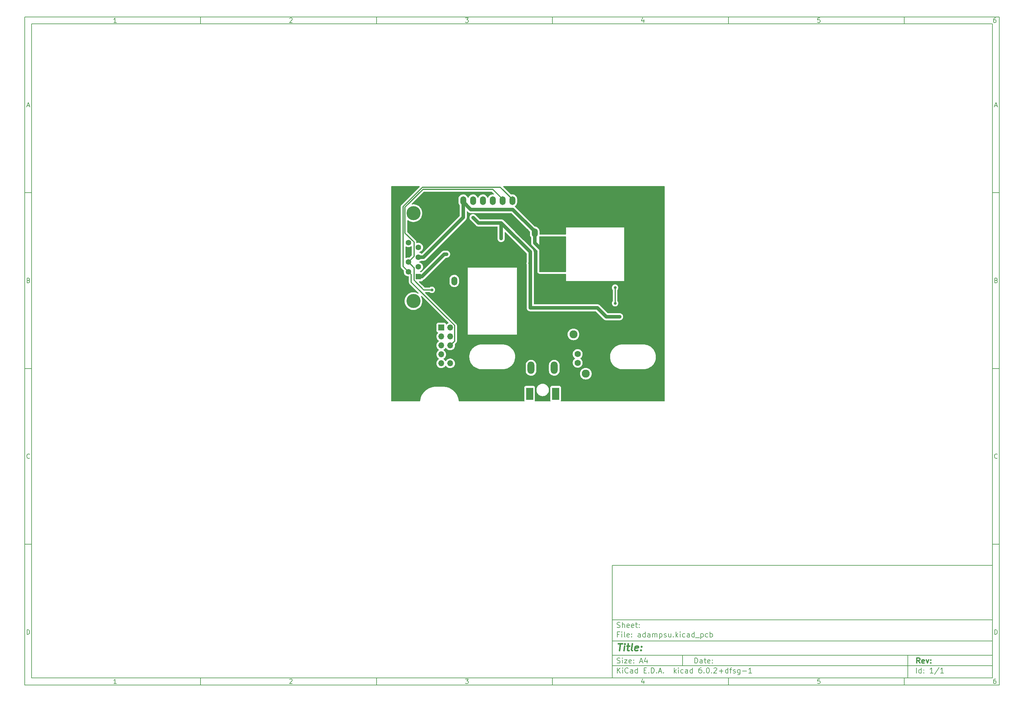
<source format=gbr>
G04 #@! TF.GenerationSoftware,KiCad,Pcbnew,6.0.2+dfsg-1*
G04 #@! TF.CreationDate,2023-07-16T14:07:34-07:00*
G04 #@! TF.ProjectId,adampsu,6164616d-7073-4752-9e6b-696361645f70,rev?*
G04 #@! TF.SameCoordinates,Original*
G04 #@! TF.FileFunction,Copper,L2,Bot*
G04 #@! TF.FilePolarity,Positive*
%FSLAX46Y46*%
G04 Gerber Fmt 4.6, Leading zero omitted, Abs format (unit mm)*
G04 Created by KiCad (PCBNEW 6.0.2+dfsg-1) date 2023-07-16 14:07:34*
%MOMM*%
%LPD*%
G01*
G04 APERTURE LIST*
%ADD10C,0.100000*%
%ADD11C,0.150000*%
%ADD12C,0.300000*%
%ADD13C,0.400000*%
G04 #@! TA.AperFunction,ComponentPad*
%ADD14O,1.700000X2.500000*%
G04 #@! TD*
G04 #@! TA.AperFunction,ComponentPad*
%ADD15C,0.600000*%
G04 #@! TD*
G04 #@! TA.AperFunction,SMDPad,CuDef*
%ADD16R,4.500000X2.950000*%
G04 #@! TD*
G04 #@! TA.AperFunction,ComponentPad*
%ADD17R,1.700000X1.700000*%
G04 #@! TD*
G04 #@! TA.AperFunction,ComponentPad*
%ADD18O,1.700000X1.700000*%
G04 #@! TD*
G04 #@! TA.AperFunction,ComponentPad*
%ADD19O,2.000000X3.500000*%
G04 #@! TD*
G04 #@! TA.AperFunction,ComponentPad*
%ADD20O,3.500000X2.000000*%
G04 #@! TD*
G04 #@! TA.AperFunction,ComponentPad*
%ADD21R,2.000000X3.500000*%
G04 #@! TD*
G04 #@! TA.AperFunction,ComponentPad*
%ADD22C,4.000000*%
G04 #@! TD*
G04 #@! TA.AperFunction,ComponentPad*
%ADD23R,1.600000X1.600000*%
G04 #@! TD*
G04 #@! TA.AperFunction,ComponentPad*
%ADD24C,1.600000*%
G04 #@! TD*
G04 #@! TA.AperFunction,ComponentPad*
%ADD25C,1.778000*%
G04 #@! TD*
G04 #@! TA.AperFunction,ComponentPad*
%ADD26C,2.286000*%
G04 #@! TD*
G04 #@! TA.AperFunction,ViaPad*
%ADD27C,1.000000*%
G04 #@! TD*
G04 #@! TA.AperFunction,ViaPad*
%ADD28C,0.800000*%
G04 #@! TD*
G04 #@! TA.AperFunction,Conductor*
%ADD29C,0.457200*%
G04 #@! TD*
G04 #@! TA.AperFunction,Conductor*
%ADD30C,1.000000*%
G04 #@! TD*
G04 #@! TA.AperFunction,Conductor*
%ADD31C,0.304800*%
G04 #@! TD*
G04 APERTURE END LIST*
D10*
D11*
X177002200Y-166007200D02*
X177002200Y-198007200D01*
X285002200Y-198007200D01*
X285002200Y-166007200D01*
X177002200Y-166007200D01*
D10*
D11*
X10000000Y-10000000D02*
X10000000Y-200007200D01*
X287002200Y-200007200D01*
X287002200Y-10000000D01*
X10000000Y-10000000D01*
D10*
D11*
X12000000Y-12000000D02*
X12000000Y-198007200D01*
X285002200Y-198007200D01*
X285002200Y-12000000D01*
X12000000Y-12000000D01*
D10*
D11*
X60000000Y-12000000D02*
X60000000Y-10000000D01*
D10*
D11*
X110000000Y-12000000D02*
X110000000Y-10000000D01*
D10*
D11*
X160000000Y-12000000D02*
X160000000Y-10000000D01*
D10*
D11*
X210000000Y-12000000D02*
X210000000Y-10000000D01*
D10*
D11*
X260000000Y-12000000D02*
X260000000Y-10000000D01*
D10*
D11*
X36065476Y-11588095D02*
X35322619Y-11588095D01*
X35694047Y-11588095D02*
X35694047Y-10288095D01*
X35570238Y-10473809D01*
X35446428Y-10597619D01*
X35322619Y-10659523D01*
D10*
D11*
X85322619Y-10411904D02*
X85384523Y-10350000D01*
X85508333Y-10288095D01*
X85817857Y-10288095D01*
X85941666Y-10350000D01*
X86003571Y-10411904D01*
X86065476Y-10535714D01*
X86065476Y-10659523D01*
X86003571Y-10845238D01*
X85260714Y-11588095D01*
X86065476Y-11588095D01*
D10*
D11*
X135260714Y-10288095D02*
X136065476Y-10288095D01*
X135632142Y-10783333D01*
X135817857Y-10783333D01*
X135941666Y-10845238D01*
X136003571Y-10907142D01*
X136065476Y-11030952D01*
X136065476Y-11340476D01*
X136003571Y-11464285D01*
X135941666Y-11526190D01*
X135817857Y-11588095D01*
X135446428Y-11588095D01*
X135322619Y-11526190D01*
X135260714Y-11464285D01*
D10*
D11*
X185941666Y-10721428D02*
X185941666Y-11588095D01*
X185632142Y-10226190D02*
X185322619Y-11154761D01*
X186127380Y-11154761D01*
D10*
D11*
X236003571Y-10288095D02*
X235384523Y-10288095D01*
X235322619Y-10907142D01*
X235384523Y-10845238D01*
X235508333Y-10783333D01*
X235817857Y-10783333D01*
X235941666Y-10845238D01*
X236003571Y-10907142D01*
X236065476Y-11030952D01*
X236065476Y-11340476D01*
X236003571Y-11464285D01*
X235941666Y-11526190D01*
X235817857Y-11588095D01*
X235508333Y-11588095D01*
X235384523Y-11526190D01*
X235322619Y-11464285D01*
D10*
D11*
X285941666Y-10288095D02*
X285694047Y-10288095D01*
X285570238Y-10350000D01*
X285508333Y-10411904D01*
X285384523Y-10597619D01*
X285322619Y-10845238D01*
X285322619Y-11340476D01*
X285384523Y-11464285D01*
X285446428Y-11526190D01*
X285570238Y-11588095D01*
X285817857Y-11588095D01*
X285941666Y-11526190D01*
X286003571Y-11464285D01*
X286065476Y-11340476D01*
X286065476Y-11030952D01*
X286003571Y-10907142D01*
X285941666Y-10845238D01*
X285817857Y-10783333D01*
X285570238Y-10783333D01*
X285446428Y-10845238D01*
X285384523Y-10907142D01*
X285322619Y-11030952D01*
D10*
D11*
X60000000Y-198007200D02*
X60000000Y-200007200D01*
D10*
D11*
X110000000Y-198007200D02*
X110000000Y-200007200D01*
D10*
D11*
X160000000Y-198007200D02*
X160000000Y-200007200D01*
D10*
D11*
X210000000Y-198007200D02*
X210000000Y-200007200D01*
D10*
D11*
X260000000Y-198007200D02*
X260000000Y-200007200D01*
D10*
D11*
X36065476Y-199595295D02*
X35322619Y-199595295D01*
X35694047Y-199595295D02*
X35694047Y-198295295D01*
X35570238Y-198481009D01*
X35446428Y-198604819D01*
X35322619Y-198666723D01*
D10*
D11*
X85322619Y-198419104D02*
X85384523Y-198357200D01*
X85508333Y-198295295D01*
X85817857Y-198295295D01*
X85941666Y-198357200D01*
X86003571Y-198419104D01*
X86065476Y-198542914D01*
X86065476Y-198666723D01*
X86003571Y-198852438D01*
X85260714Y-199595295D01*
X86065476Y-199595295D01*
D10*
D11*
X135260714Y-198295295D02*
X136065476Y-198295295D01*
X135632142Y-198790533D01*
X135817857Y-198790533D01*
X135941666Y-198852438D01*
X136003571Y-198914342D01*
X136065476Y-199038152D01*
X136065476Y-199347676D01*
X136003571Y-199471485D01*
X135941666Y-199533390D01*
X135817857Y-199595295D01*
X135446428Y-199595295D01*
X135322619Y-199533390D01*
X135260714Y-199471485D01*
D10*
D11*
X185941666Y-198728628D02*
X185941666Y-199595295D01*
X185632142Y-198233390D02*
X185322619Y-199161961D01*
X186127380Y-199161961D01*
D10*
D11*
X236003571Y-198295295D02*
X235384523Y-198295295D01*
X235322619Y-198914342D01*
X235384523Y-198852438D01*
X235508333Y-198790533D01*
X235817857Y-198790533D01*
X235941666Y-198852438D01*
X236003571Y-198914342D01*
X236065476Y-199038152D01*
X236065476Y-199347676D01*
X236003571Y-199471485D01*
X235941666Y-199533390D01*
X235817857Y-199595295D01*
X235508333Y-199595295D01*
X235384523Y-199533390D01*
X235322619Y-199471485D01*
D10*
D11*
X285941666Y-198295295D02*
X285694047Y-198295295D01*
X285570238Y-198357200D01*
X285508333Y-198419104D01*
X285384523Y-198604819D01*
X285322619Y-198852438D01*
X285322619Y-199347676D01*
X285384523Y-199471485D01*
X285446428Y-199533390D01*
X285570238Y-199595295D01*
X285817857Y-199595295D01*
X285941666Y-199533390D01*
X286003571Y-199471485D01*
X286065476Y-199347676D01*
X286065476Y-199038152D01*
X286003571Y-198914342D01*
X285941666Y-198852438D01*
X285817857Y-198790533D01*
X285570238Y-198790533D01*
X285446428Y-198852438D01*
X285384523Y-198914342D01*
X285322619Y-199038152D01*
D10*
D11*
X10000000Y-60000000D02*
X12000000Y-60000000D01*
D10*
D11*
X10000000Y-110000000D02*
X12000000Y-110000000D01*
D10*
D11*
X10000000Y-160000000D02*
X12000000Y-160000000D01*
D10*
D11*
X10690476Y-35216666D02*
X11309523Y-35216666D01*
X10566666Y-35588095D02*
X11000000Y-34288095D01*
X11433333Y-35588095D01*
D10*
D11*
X11092857Y-84907142D02*
X11278571Y-84969047D01*
X11340476Y-85030952D01*
X11402380Y-85154761D01*
X11402380Y-85340476D01*
X11340476Y-85464285D01*
X11278571Y-85526190D01*
X11154761Y-85588095D01*
X10659523Y-85588095D01*
X10659523Y-84288095D01*
X11092857Y-84288095D01*
X11216666Y-84350000D01*
X11278571Y-84411904D01*
X11340476Y-84535714D01*
X11340476Y-84659523D01*
X11278571Y-84783333D01*
X11216666Y-84845238D01*
X11092857Y-84907142D01*
X10659523Y-84907142D01*
D10*
D11*
X11402380Y-135464285D02*
X11340476Y-135526190D01*
X11154761Y-135588095D01*
X11030952Y-135588095D01*
X10845238Y-135526190D01*
X10721428Y-135402380D01*
X10659523Y-135278571D01*
X10597619Y-135030952D01*
X10597619Y-134845238D01*
X10659523Y-134597619D01*
X10721428Y-134473809D01*
X10845238Y-134350000D01*
X11030952Y-134288095D01*
X11154761Y-134288095D01*
X11340476Y-134350000D01*
X11402380Y-134411904D01*
D10*
D11*
X10659523Y-185588095D02*
X10659523Y-184288095D01*
X10969047Y-184288095D01*
X11154761Y-184350000D01*
X11278571Y-184473809D01*
X11340476Y-184597619D01*
X11402380Y-184845238D01*
X11402380Y-185030952D01*
X11340476Y-185278571D01*
X11278571Y-185402380D01*
X11154761Y-185526190D01*
X10969047Y-185588095D01*
X10659523Y-185588095D01*
D10*
D11*
X287002200Y-60000000D02*
X285002200Y-60000000D01*
D10*
D11*
X287002200Y-110000000D02*
X285002200Y-110000000D01*
D10*
D11*
X287002200Y-160000000D02*
X285002200Y-160000000D01*
D10*
D11*
X285692676Y-35216666D02*
X286311723Y-35216666D01*
X285568866Y-35588095D02*
X286002200Y-34288095D01*
X286435533Y-35588095D01*
D10*
D11*
X286095057Y-84907142D02*
X286280771Y-84969047D01*
X286342676Y-85030952D01*
X286404580Y-85154761D01*
X286404580Y-85340476D01*
X286342676Y-85464285D01*
X286280771Y-85526190D01*
X286156961Y-85588095D01*
X285661723Y-85588095D01*
X285661723Y-84288095D01*
X286095057Y-84288095D01*
X286218866Y-84350000D01*
X286280771Y-84411904D01*
X286342676Y-84535714D01*
X286342676Y-84659523D01*
X286280771Y-84783333D01*
X286218866Y-84845238D01*
X286095057Y-84907142D01*
X285661723Y-84907142D01*
D10*
D11*
X286404580Y-135464285D02*
X286342676Y-135526190D01*
X286156961Y-135588095D01*
X286033152Y-135588095D01*
X285847438Y-135526190D01*
X285723628Y-135402380D01*
X285661723Y-135278571D01*
X285599819Y-135030952D01*
X285599819Y-134845238D01*
X285661723Y-134597619D01*
X285723628Y-134473809D01*
X285847438Y-134350000D01*
X286033152Y-134288095D01*
X286156961Y-134288095D01*
X286342676Y-134350000D01*
X286404580Y-134411904D01*
D10*
D11*
X285661723Y-185588095D02*
X285661723Y-184288095D01*
X285971247Y-184288095D01*
X286156961Y-184350000D01*
X286280771Y-184473809D01*
X286342676Y-184597619D01*
X286404580Y-184845238D01*
X286404580Y-185030952D01*
X286342676Y-185278571D01*
X286280771Y-185402380D01*
X286156961Y-185526190D01*
X285971247Y-185588095D01*
X285661723Y-185588095D01*
D10*
D11*
X200434342Y-193785771D02*
X200434342Y-192285771D01*
X200791485Y-192285771D01*
X201005771Y-192357200D01*
X201148628Y-192500057D01*
X201220057Y-192642914D01*
X201291485Y-192928628D01*
X201291485Y-193142914D01*
X201220057Y-193428628D01*
X201148628Y-193571485D01*
X201005771Y-193714342D01*
X200791485Y-193785771D01*
X200434342Y-193785771D01*
X202577200Y-193785771D02*
X202577200Y-193000057D01*
X202505771Y-192857200D01*
X202362914Y-192785771D01*
X202077200Y-192785771D01*
X201934342Y-192857200D01*
X202577200Y-193714342D02*
X202434342Y-193785771D01*
X202077200Y-193785771D01*
X201934342Y-193714342D01*
X201862914Y-193571485D01*
X201862914Y-193428628D01*
X201934342Y-193285771D01*
X202077200Y-193214342D01*
X202434342Y-193214342D01*
X202577200Y-193142914D01*
X203077200Y-192785771D02*
X203648628Y-192785771D01*
X203291485Y-192285771D02*
X203291485Y-193571485D01*
X203362914Y-193714342D01*
X203505771Y-193785771D01*
X203648628Y-193785771D01*
X204720057Y-193714342D02*
X204577200Y-193785771D01*
X204291485Y-193785771D01*
X204148628Y-193714342D01*
X204077200Y-193571485D01*
X204077200Y-193000057D01*
X204148628Y-192857200D01*
X204291485Y-192785771D01*
X204577200Y-192785771D01*
X204720057Y-192857200D01*
X204791485Y-193000057D01*
X204791485Y-193142914D01*
X204077200Y-193285771D01*
X205434342Y-193642914D02*
X205505771Y-193714342D01*
X205434342Y-193785771D01*
X205362914Y-193714342D01*
X205434342Y-193642914D01*
X205434342Y-193785771D01*
X205434342Y-192857200D02*
X205505771Y-192928628D01*
X205434342Y-193000057D01*
X205362914Y-192928628D01*
X205434342Y-192857200D01*
X205434342Y-193000057D01*
D10*
D11*
X177002200Y-194507200D02*
X285002200Y-194507200D01*
D10*
D11*
X178434342Y-196585771D02*
X178434342Y-195085771D01*
X179291485Y-196585771D02*
X178648628Y-195728628D01*
X179291485Y-195085771D02*
X178434342Y-195942914D01*
X179934342Y-196585771D02*
X179934342Y-195585771D01*
X179934342Y-195085771D02*
X179862914Y-195157200D01*
X179934342Y-195228628D01*
X180005771Y-195157200D01*
X179934342Y-195085771D01*
X179934342Y-195228628D01*
X181505771Y-196442914D02*
X181434342Y-196514342D01*
X181220057Y-196585771D01*
X181077200Y-196585771D01*
X180862914Y-196514342D01*
X180720057Y-196371485D01*
X180648628Y-196228628D01*
X180577200Y-195942914D01*
X180577200Y-195728628D01*
X180648628Y-195442914D01*
X180720057Y-195300057D01*
X180862914Y-195157200D01*
X181077200Y-195085771D01*
X181220057Y-195085771D01*
X181434342Y-195157200D01*
X181505771Y-195228628D01*
X182791485Y-196585771D02*
X182791485Y-195800057D01*
X182720057Y-195657200D01*
X182577200Y-195585771D01*
X182291485Y-195585771D01*
X182148628Y-195657200D01*
X182791485Y-196514342D02*
X182648628Y-196585771D01*
X182291485Y-196585771D01*
X182148628Y-196514342D01*
X182077200Y-196371485D01*
X182077200Y-196228628D01*
X182148628Y-196085771D01*
X182291485Y-196014342D01*
X182648628Y-196014342D01*
X182791485Y-195942914D01*
X184148628Y-196585771D02*
X184148628Y-195085771D01*
X184148628Y-196514342D02*
X184005771Y-196585771D01*
X183720057Y-196585771D01*
X183577200Y-196514342D01*
X183505771Y-196442914D01*
X183434342Y-196300057D01*
X183434342Y-195871485D01*
X183505771Y-195728628D01*
X183577200Y-195657200D01*
X183720057Y-195585771D01*
X184005771Y-195585771D01*
X184148628Y-195657200D01*
X186005771Y-195800057D02*
X186505771Y-195800057D01*
X186720057Y-196585771D02*
X186005771Y-196585771D01*
X186005771Y-195085771D01*
X186720057Y-195085771D01*
X187362914Y-196442914D02*
X187434342Y-196514342D01*
X187362914Y-196585771D01*
X187291485Y-196514342D01*
X187362914Y-196442914D01*
X187362914Y-196585771D01*
X188077200Y-196585771D02*
X188077200Y-195085771D01*
X188434342Y-195085771D01*
X188648628Y-195157200D01*
X188791485Y-195300057D01*
X188862914Y-195442914D01*
X188934342Y-195728628D01*
X188934342Y-195942914D01*
X188862914Y-196228628D01*
X188791485Y-196371485D01*
X188648628Y-196514342D01*
X188434342Y-196585771D01*
X188077200Y-196585771D01*
X189577200Y-196442914D02*
X189648628Y-196514342D01*
X189577200Y-196585771D01*
X189505771Y-196514342D01*
X189577200Y-196442914D01*
X189577200Y-196585771D01*
X190220057Y-196157200D02*
X190934342Y-196157200D01*
X190077200Y-196585771D02*
X190577200Y-195085771D01*
X191077200Y-196585771D01*
X191577200Y-196442914D02*
X191648628Y-196514342D01*
X191577200Y-196585771D01*
X191505771Y-196514342D01*
X191577200Y-196442914D01*
X191577200Y-196585771D01*
X194577200Y-196585771D02*
X194577200Y-195085771D01*
X194720057Y-196014342D02*
X195148628Y-196585771D01*
X195148628Y-195585771D02*
X194577200Y-196157200D01*
X195791485Y-196585771D02*
X195791485Y-195585771D01*
X195791485Y-195085771D02*
X195720057Y-195157200D01*
X195791485Y-195228628D01*
X195862914Y-195157200D01*
X195791485Y-195085771D01*
X195791485Y-195228628D01*
X197148628Y-196514342D02*
X197005771Y-196585771D01*
X196720057Y-196585771D01*
X196577200Y-196514342D01*
X196505771Y-196442914D01*
X196434342Y-196300057D01*
X196434342Y-195871485D01*
X196505771Y-195728628D01*
X196577200Y-195657200D01*
X196720057Y-195585771D01*
X197005771Y-195585771D01*
X197148628Y-195657200D01*
X198434342Y-196585771D02*
X198434342Y-195800057D01*
X198362914Y-195657200D01*
X198220057Y-195585771D01*
X197934342Y-195585771D01*
X197791485Y-195657200D01*
X198434342Y-196514342D02*
X198291485Y-196585771D01*
X197934342Y-196585771D01*
X197791485Y-196514342D01*
X197720057Y-196371485D01*
X197720057Y-196228628D01*
X197791485Y-196085771D01*
X197934342Y-196014342D01*
X198291485Y-196014342D01*
X198434342Y-195942914D01*
X199791485Y-196585771D02*
X199791485Y-195085771D01*
X199791485Y-196514342D02*
X199648628Y-196585771D01*
X199362914Y-196585771D01*
X199220057Y-196514342D01*
X199148628Y-196442914D01*
X199077200Y-196300057D01*
X199077200Y-195871485D01*
X199148628Y-195728628D01*
X199220057Y-195657200D01*
X199362914Y-195585771D01*
X199648628Y-195585771D01*
X199791485Y-195657200D01*
X202291485Y-195085771D02*
X202005771Y-195085771D01*
X201862914Y-195157200D01*
X201791485Y-195228628D01*
X201648628Y-195442914D01*
X201577200Y-195728628D01*
X201577200Y-196300057D01*
X201648628Y-196442914D01*
X201720057Y-196514342D01*
X201862914Y-196585771D01*
X202148628Y-196585771D01*
X202291485Y-196514342D01*
X202362914Y-196442914D01*
X202434342Y-196300057D01*
X202434342Y-195942914D01*
X202362914Y-195800057D01*
X202291485Y-195728628D01*
X202148628Y-195657200D01*
X201862914Y-195657200D01*
X201720057Y-195728628D01*
X201648628Y-195800057D01*
X201577200Y-195942914D01*
X203077200Y-196442914D02*
X203148628Y-196514342D01*
X203077200Y-196585771D01*
X203005771Y-196514342D01*
X203077200Y-196442914D01*
X203077200Y-196585771D01*
X204077200Y-195085771D02*
X204220057Y-195085771D01*
X204362914Y-195157200D01*
X204434342Y-195228628D01*
X204505771Y-195371485D01*
X204577200Y-195657200D01*
X204577200Y-196014342D01*
X204505771Y-196300057D01*
X204434342Y-196442914D01*
X204362914Y-196514342D01*
X204220057Y-196585771D01*
X204077200Y-196585771D01*
X203934342Y-196514342D01*
X203862914Y-196442914D01*
X203791485Y-196300057D01*
X203720057Y-196014342D01*
X203720057Y-195657200D01*
X203791485Y-195371485D01*
X203862914Y-195228628D01*
X203934342Y-195157200D01*
X204077200Y-195085771D01*
X205220057Y-196442914D02*
X205291485Y-196514342D01*
X205220057Y-196585771D01*
X205148628Y-196514342D01*
X205220057Y-196442914D01*
X205220057Y-196585771D01*
X205862914Y-195228628D02*
X205934342Y-195157200D01*
X206077200Y-195085771D01*
X206434342Y-195085771D01*
X206577200Y-195157200D01*
X206648628Y-195228628D01*
X206720057Y-195371485D01*
X206720057Y-195514342D01*
X206648628Y-195728628D01*
X205791485Y-196585771D01*
X206720057Y-196585771D01*
X207362914Y-196014342D02*
X208505771Y-196014342D01*
X207934342Y-196585771D02*
X207934342Y-195442914D01*
X209862914Y-196585771D02*
X209862914Y-195085771D01*
X209862914Y-196514342D02*
X209720057Y-196585771D01*
X209434342Y-196585771D01*
X209291485Y-196514342D01*
X209220057Y-196442914D01*
X209148628Y-196300057D01*
X209148628Y-195871485D01*
X209220057Y-195728628D01*
X209291485Y-195657200D01*
X209434342Y-195585771D01*
X209720057Y-195585771D01*
X209862914Y-195657200D01*
X210362914Y-195585771D02*
X210934342Y-195585771D01*
X210577200Y-196585771D02*
X210577200Y-195300057D01*
X210648628Y-195157200D01*
X210791485Y-195085771D01*
X210934342Y-195085771D01*
X211362914Y-196514342D02*
X211505771Y-196585771D01*
X211791485Y-196585771D01*
X211934342Y-196514342D01*
X212005771Y-196371485D01*
X212005771Y-196300057D01*
X211934342Y-196157200D01*
X211791485Y-196085771D01*
X211577200Y-196085771D01*
X211434342Y-196014342D01*
X211362914Y-195871485D01*
X211362914Y-195800057D01*
X211434342Y-195657200D01*
X211577200Y-195585771D01*
X211791485Y-195585771D01*
X211934342Y-195657200D01*
X213291485Y-195585771D02*
X213291485Y-196800057D01*
X213220057Y-196942914D01*
X213148628Y-197014342D01*
X213005771Y-197085771D01*
X212791485Y-197085771D01*
X212648628Y-197014342D01*
X213291485Y-196514342D02*
X213148628Y-196585771D01*
X212862914Y-196585771D01*
X212720057Y-196514342D01*
X212648628Y-196442914D01*
X212577200Y-196300057D01*
X212577200Y-195871485D01*
X212648628Y-195728628D01*
X212720057Y-195657200D01*
X212862914Y-195585771D01*
X213148628Y-195585771D01*
X213291485Y-195657200D01*
X214005771Y-196014342D02*
X215148628Y-196014342D01*
X216648628Y-196585771D02*
X215791485Y-196585771D01*
X216220057Y-196585771D02*
X216220057Y-195085771D01*
X216077200Y-195300057D01*
X215934342Y-195442914D01*
X215791485Y-195514342D01*
D10*
D11*
X177002200Y-191507200D02*
X285002200Y-191507200D01*
D10*
D12*
X264411485Y-193785771D02*
X263911485Y-193071485D01*
X263554342Y-193785771D02*
X263554342Y-192285771D01*
X264125771Y-192285771D01*
X264268628Y-192357200D01*
X264340057Y-192428628D01*
X264411485Y-192571485D01*
X264411485Y-192785771D01*
X264340057Y-192928628D01*
X264268628Y-193000057D01*
X264125771Y-193071485D01*
X263554342Y-193071485D01*
X265625771Y-193714342D02*
X265482914Y-193785771D01*
X265197200Y-193785771D01*
X265054342Y-193714342D01*
X264982914Y-193571485D01*
X264982914Y-193000057D01*
X265054342Y-192857200D01*
X265197200Y-192785771D01*
X265482914Y-192785771D01*
X265625771Y-192857200D01*
X265697200Y-193000057D01*
X265697200Y-193142914D01*
X264982914Y-193285771D01*
X266197200Y-192785771D02*
X266554342Y-193785771D01*
X266911485Y-192785771D01*
X267482914Y-193642914D02*
X267554342Y-193714342D01*
X267482914Y-193785771D01*
X267411485Y-193714342D01*
X267482914Y-193642914D01*
X267482914Y-193785771D01*
X267482914Y-192857200D02*
X267554342Y-192928628D01*
X267482914Y-193000057D01*
X267411485Y-192928628D01*
X267482914Y-192857200D01*
X267482914Y-193000057D01*
D10*
D11*
X178362914Y-193714342D02*
X178577200Y-193785771D01*
X178934342Y-193785771D01*
X179077200Y-193714342D01*
X179148628Y-193642914D01*
X179220057Y-193500057D01*
X179220057Y-193357200D01*
X179148628Y-193214342D01*
X179077200Y-193142914D01*
X178934342Y-193071485D01*
X178648628Y-193000057D01*
X178505771Y-192928628D01*
X178434342Y-192857200D01*
X178362914Y-192714342D01*
X178362914Y-192571485D01*
X178434342Y-192428628D01*
X178505771Y-192357200D01*
X178648628Y-192285771D01*
X179005771Y-192285771D01*
X179220057Y-192357200D01*
X179862914Y-193785771D02*
X179862914Y-192785771D01*
X179862914Y-192285771D02*
X179791485Y-192357200D01*
X179862914Y-192428628D01*
X179934342Y-192357200D01*
X179862914Y-192285771D01*
X179862914Y-192428628D01*
X180434342Y-192785771D02*
X181220057Y-192785771D01*
X180434342Y-193785771D01*
X181220057Y-193785771D01*
X182362914Y-193714342D02*
X182220057Y-193785771D01*
X181934342Y-193785771D01*
X181791485Y-193714342D01*
X181720057Y-193571485D01*
X181720057Y-193000057D01*
X181791485Y-192857200D01*
X181934342Y-192785771D01*
X182220057Y-192785771D01*
X182362914Y-192857200D01*
X182434342Y-193000057D01*
X182434342Y-193142914D01*
X181720057Y-193285771D01*
X183077200Y-193642914D02*
X183148628Y-193714342D01*
X183077200Y-193785771D01*
X183005771Y-193714342D01*
X183077200Y-193642914D01*
X183077200Y-193785771D01*
X183077200Y-192857200D02*
X183148628Y-192928628D01*
X183077200Y-193000057D01*
X183005771Y-192928628D01*
X183077200Y-192857200D01*
X183077200Y-193000057D01*
X184862914Y-193357200D02*
X185577200Y-193357200D01*
X184720057Y-193785771D02*
X185220057Y-192285771D01*
X185720057Y-193785771D01*
X186862914Y-192785771D02*
X186862914Y-193785771D01*
X186505771Y-192214342D02*
X186148628Y-193285771D01*
X187077200Y-193285771D01*
D10*
D11*
X263434342Y-196585771D02*
X263434342Y-195085771D01*
X264791485Y-196585771D02*
X264791485Y-195085771D01*
X264791485Y-196514342D02*
X264648628Y-196585771D01*
X264362914Y-196585771D01*
X264220057Y-196514342D01*
X264148628Y-196442914D01*
X264077200Y-196300057D01*
X264077200Y-195871485D01*
X264148628Y-195728628D01*
X264220057Y-195657200D01*
X264362914Y-195585771D01*
X264648628Y-195585771D01*
X264791485Y-195657200D01*
X265505771Y-196442914D02*
X265577200Y-196514342D01*
X265505771Y-196585771D01*
X265434342Y-196514342D01*
X265505771Y-196442914D01*
X265505771Y-196585771D01*
X265505771Y-195657200D02*
X265577200Y-195728628D01*
X265505771Y-195800057D01*
X265434342Y-195728628D01*
X265505771Y-195657200D01*
X265505771Y-195800057D01*
X268148628Y-196585771D02*
X267291485Y-196585771D01*
X267720057Y-196585771D02*
X267720057Y-195085771D01*
X267577200Y-195300057D01*
X267434342Y-195442914D01*
X267291485Y-195514342D01*
X269862914Y-195014342D02*
X268577200Y-196942914D01*
X271148628Y-196585771D02*
X270291485Y-196585771D01*
X270720057Y-196585771D02*
X270720057Y-195085771D01*
X270577200Y-195300057D01*
X270434342Y-195442914D01*
X270291485Y-195514342D01*
D10*
D11*
X177002200Y-187507200D02*
X285002200Y-187507200D01*
D10*
D13*
X178714580Y-188211961D02*
X179857438Y-188211961D01*
X179036009Y-190211961D02*
X179286009Y-188211961D01*
X180274104Y-190211961D02*
X180440771Y-188878628D01*
X180524104Y-188211961D02*
X180416961Y-188307200D01*
X180500295Y-188402438D01*
X180607438Y-188307200D01*
X180524104Y-188211961D01*
X180500295Y-188402438D01*
X181107438Y-188878628D02*
X181869342Y-188878628D01*
X181476485Y-188211961D02*
X181262200Y-189926247D01*
X181333628Y-190116723D01*
X181512200Y-190211961D01*
X181702676Y-190211961D01*
X182655057Y-190211961D02*
X182476485Y-190116723D01*
X182405057Y-189926247D01*
X182619342Y-188211961D01*
X184190771Y-190116723D02*
X183988390Y-190211961D01*
X183607438Y-190211961D01*
X183428866Y-190116723D01*
X183357438Y-189926247D01*
X183452676Y-189164342D01*
X183571723Y-188973866D01*
X183774104Y-188878628D01*
X184155057Y-188878628D01*
X184333628Y-188973866D01*
X184405057Y-189164342D01*
X184381247Y-189354819D01*
X183405057Y-189545295D01*
X185155057Y-190021485D02*
X185238390Y-190116723D01*
X185131247Y-190211961D01*
X185047914Y-190116723D01*
X185155057Y-190021485D01*
X185131247Y-190211961D01*
X185286009Y-188973866D02*
X185369342Y-189069104D01*
X185262200Y-189164342D01*
X185178866Y-189069104D01*
X185286009Y-188973866D01*
X185262200Y-189164342D01*
D10*
D11*
X178934342Y-185600057D02*
X178434342Y-185600057D01*
X178434342Y-186385771D02*
X178434342Y-184885771D01*
X179148628Y-184885771D01*
X179720057Y-186385771D02*
X179720057Y-185385771D01*
X179720057Y-184885771D02*
X179648628Y-184957200D01*
X179720057Y-185028628D01*
X179791485Y-184957200D01*
X179720057Y-184885771D01*
X179720057Y-185028628D01*
X180648628Y-186385771D02*
X180505771Y-186314342D01*
X180434342Y-186171485D01*
X180434342Y-184885771D01*
X181791485Y-186314342D02*
X181648628Y-186385771D01*
X181362914Y-186385771D01*
X181220057Y-186314342D01*
X181148628Y-186171485D01*
X181148628Y-185600057D01*
X181220057Y-185457200D01*
X181362914Y-185385771D01*
X181648628Y-185385771D01*
X181791485Y-185457200D01*
X181862914Y-185600057D01*
X181862914Y-185742914D01*
X181148628Y-185885771D01*
X182505771Y-186242914D02*
X182577200Y-186314342D01*
X182505771Y-186385771D01*
X182434342Y-186314342D01*
X182505771Y-186242914D01*
X182505771Y-186385771D01*
X182505771Y-185457200D02*
X182577200Y-185528628D01*
X182505771Y-185600057D01*
X182434342Y-185528628D01*
X182505771Y-185457200D01*
X182505771Y-185600057D01*
X185005771Y-186385771D02*
X185005771Y-185600057D01*
X184934342Y-185457200D01*
X184791485Y-185385771D01*
X184505771Y-185385771D01*
X184362914Y-185457200D01*
X185005771Y-186314342D02*
X184862914Y-186385771D01*
X184505771Y-186385771D01*
X184362914Y-186314342D01*
X184291485Y-186171485D01*
X184291485Y-186028628D01*
X184362914Y-185885771D01*
X184505771Y-185814342D01*
X184862914Y-185814342D01*
X185005771Y-185742914D01*
X186362914Y-186385771D02*
X186362914Y-184885771D01*
X186362914Y-186314342D02*
X186220057Y-186385771D01*
X185934342Y-186385771D01*
X185791485Y-186314342D01*
X185720057Y-186242914D01*
X185648628Y-186100057D01*
X185648628Y-185671485D01*
X185720057Y-185528628D01*
X185791485Y-185457200D01*
X185934342Y-185385771D01*
X186220057Y-185385771D01*
X186362914Y-185457200D01*
X187720057Y-186385771D02*
X187720057Y-185600057D01*
X187648628Y-185457200D01*
X187505771Y-185385771D01*
X187220057Y-185385771D01*
X187077200Y-185457200D01*
X187720057Y-186314342D02*
X187577200Y-186385771D01*
X187220057Y-186385771D01*
X187077200Y-186314342D01*
X187005771Y-186171485D01*
X187005771Y-186028628D01*
X187077200Y-185885771D01*
X187220057Y-185814342D01*
X187577200Y-185814342D01*
X187720057Y-185742914D01*
X188434342Y-186385771D02*
X188434342Y-185385771D01*
X188434342Y-185528628D02*
X188505771Y-185457200D01*
X188648628Y-185385771D01*
X188862914Y-185385771D01*
X189005771Y-185457200D01*
X189077200Y-185600057D01*
X189077200Y-186385771D01*
X189077200Y-185600057D02*
X189148628Y-185457200D01*
X189291485Y-185385771D01*
X189505771Y-185385771D01*
X189648628Y-185457200D01*
X189720057Y-185600057D01*
X189720057Y-186385771D01*
X190434342Y-185385771D02*
X190434342Y-186885771D01*
X190434342Y-185457200D02*
X190577200Y-185385771D01*
X190862914Y-185385771D01*
X191005771Y-185457200D01*
X191077200Y-185528628D01*
X191148628Y-185671485D01*
X191148628Y-186100057D01*
X191077200Y-186242914D01*
X191005771Y-186314342D01*
X190862914Y-186385771D01*
X190577200Y-186385771D01*
X190434342Y-186314342D01*
X191720057Y-186314342D02*
X191862914Y-186385771D01*
X192148628Y-186385771D01*
X192291485Y-186314342D01*
X192362914Y-186171485D01*
X192362914Y-186100057D01*
X192291485Y-185957200D01*
X192148628Y-185885771D01*
X191934342Y-185885771D01*
X191791485Y-185814342D01*
X191720057Y-185671485D01*
X191720057Y-185600057D01*
X191791485Y-185457200D01*
X191934342Y-185385771D01*
X192148628Y-185385771D01*
X192291485Y-185457200D01*
X193648628Y-185385771D02*
X193648628Y-186385771D01*
X193005771Y-185385771D02*
X193005771Y-186171485D01*
X193077200Y-186314342D01*
X193220057Y-186385771D01*
X193434342Y-186385771D01*
X193577200Y-186314342D01*
X193648628Y-186242914D01*
X194362914Y-186242914D02*
X194434342Y-186314342D01*
X194362914Y-186385771D01*
X194291485Y-186314342D01*
X194362914Y-186242914D01*
X194362914Y-186385771D01*
X195077200Y-186385771D02*
X195077200Y-184885771D01*
X195220057Y-185814342D02*
X195648628Y-186385771D01*
X195648628Y-185385771D02*
X195077200Y-185957200D01*
X196291485Y-186385771D02*
X196291485Y-185385771D01*
X196291485Y-184885771D02*
X196220057Y-184957200D01*
X196291485Y-185028628D01*
X196362914Y-184957200D01*
X196291485Y-184885771D01*
X196291485Y-185028628D01*
X197648628Y-186314342D02*
X197505771Y-186385771D01*
X197220057Y-186385771D01*
X197077200Y-186314342D01*
X197005771Y-186242914D01*
X196934342Y-186100057D01*
X196934342Y-185671485D01*
X197005771Y-185528628D01*
X197077200Y-185457200D01*
X197220057Y-185385771D01*
X197505771Y-185385771D01*
X197648628Y-185457200D01*
X198934342Y-186385771D02*
X198934342Y-185600057D01*
X198862914Y-185457200D01*
X198720057Y-185385771D01*
X198434342Y-185385771D01*
X198291485Y-185457200D01*
X198934342Y-186314342D02*
X198791485Y-186385771D01*
X198434342Y-186385771D01*
X198291485Y-186314342D01*
X198220057Y-186171485D01*
X198220057Y-186028628D01*
X198291485Y-185885771D01*
X198434342Y-185814342D01*
X198791485Y-185814342D01*
X198934342Y-185742914D01*
X200291485Y-186385771D02*
X200291485Y-184885771D01*
X200291485Y-186314342D02*
X200148628Y-186385771D01*
X199862914Y-186385771D01*
X199720057Y-186314342D01*
X199648628Y-186242914D01*
X199577200Y-186100057D01*
X199577200Y-185671485D01*
X199648628Y-185528628D01*
X199720057Y-185457200D01*
X199862914Y-185385771D01*
X200148628Y-185385771D01*
X200291485Y-185457200D01*
X200648628Y-186528628D02*
X201791485Y-186528628D01*
X202148628Y-185385771D02*
X202148628Y-186885771D01*
X202148628Y-185457200D02*
X202291485Y-185385771D01*
X202577200Y-185385771D01*
X202720057Y-185457200D01*
X202791485Y-185528628D01*
X202862914Y-185671485D01*
X202862914Y-186100057D01*
X202791485Y-186242914D01*
X202720057Y-186314342D01*
X202577200Y-186385771D01*
X202291485Y-186385771D01*
X202148628Y-186314342D01*
X204148628Y-186314342D02*
X204005771Y-186385771D01*
X203720057Y-186385771D01*
X203577200Y-186314342D01*
X203505771Y-186242914D01*
X203434342Y-186100057D01*
X203434342Y-185671485D01*
X203505771Y-185528628D01*
X203577200Y-185457200D01*
X203720057Y-185385771D01*
X204005771Y-185385771D01*
X204148628Y-185457200D01*
X204791485Y-186385771D02*
X204791485Y-184885771D01*
X204791485Y-185457200D02*
X204934342Y-185385771D01*
X205220057Y-185385771D01*
X205362914Y-185457200D01*
X205434342Y-185528628D01*
X205505771Y-185671485D01*
X205505771Y-186100057D01*
X205434342Y-186242914D01*
X205362914Y-186314342D01*
X205220057Y-186385771D01*
X204934342Y-186385771D01*
X204791485Y-186314342D01*
D10*
D11*
X177002200Y-181507200D02*
X285002200Y-181507200D01*
D10*
D11*
X178362914Y-183614342D02*
X178577200Y-183685771D01*
X178934342Y-183685771D01*
X179077200Y-183614342D01*
X179148628Y-183542914D01*
X179220057Y-183400057D01*
X179220057Y-183257200D01*
X179148628Y-183114342D01*
X179077200Y-183042914D01*
X178934342Y-182971485D01*
X178648628Y-182900057D01*
X178505771Y-182828628D01*
X178434342Y-182757200D01*
X178362914Y-182614342D01*
X178362914Y-182471485D01*
X178434342Y-182328628D01*
X178505771Y-182257200D01*
X178648628Y-182185771D01*
X179005771Y-182185771D01*
X179220057Y-182257200D01*
X179862914Y-183685771D02*
X179862914Y-182185771D01*
X180505771Y-183685771D02*
X180505771Y-182900057D01*
X180434342Y-182757200D01*
X180291485Y-182685771D01*
X180077200Y-182685771D01*
X179934342Y-182757200D01*
X179862914Y-182828628D01*
X181791485Y-183614342D02*
X181648628Y-183685771D01*
X181362914Y-183685771D01*
X181220057Y-183614342D01*
X181148628Y-183471485D01*
X181148628Y-182900057D01*
X181220057Y-182757200D01*
X181362914Y-182685771D01*
X181648628Y-182685771D01*
X181791485Y-182757200D01*
X181862914Y-182900057D01*
X181862914Y-183042914D01*
X181148628Y-183185771D01*
X183077200Y-183614342D02*
X182934342Y-183685771D01*
X182648628Y-183685771D01*
X182505771Y-183614342D01*
X182434342Y-183471485D01*
X182434342Y-182900057D01*
X182505771Y-182757200D01*
X182648628Y-182685771D01*
X182934342Y-182685771D01*
X183077200Y-182757200D01*
X183148628Y-182900057D01*
X183148628Y-183042914D01*
X182434342Y-183185771D01*
X183577200Y-182685771D02*
X184148628Y-182685771D01*
X183791485Y-182185771D02*
X183791485Y-183471485D01*
X183862914Y-183614342D01*
X184005771Y-183685771D01*
X184148628Y-183685771D01*
X184648628Y-183542914D02*
X184720057Y-183614342D01*
X184648628Y-183685771D01*
X184577200Y-183614342D01*
X184648628Y-183542914D01*
X184648628Y-183685771D01*
X184648628Y-182757200D02*
X184720057Y-182828628D01*
X184648628Y-182900057D01*
X184577200Y-182828628D01*
X184648628Y-182757200D01*
X184648628Y-182900057D01*
D10*
D12*
D10*
D11*
D10*
D11*
D10*
D11*
D10*
D11*
D10*
D11*
X197002200Y-191507200D02*
X197002200Y-194507200D01*
D10*
D11*
X261002200Y-191507200D02*
X261002200Y-198007200D01*
D14*
X132080000Y-85090000D03*
X134620000Y-62230000D03*
X148590000Y-62230000D03*
X129032000Y-62230000D03*
D15*
X183925000Y-88475000D03*
X182625000Y-88475000D03*
X182625000Y-89675000D03*
X181425000Y-89675000D03*
D16*
X183225000Y-89075000D03*
D15*
X181425000Y-88475000D03*
X185025000Y-88475000D03*
X183925000Y-89675000D03*
X185025000Y-89675000D03*
D17*
X128400000Y-98360000D03*
D18*
X130940000Y-98360000D03*
X128400000Y-100900000D03*
X130940000Y-100900000D03*
X128400000Y-103440000D03*
X130940000Y-103440000D03*
X128400000Y-105980000D03*
X130940000Y-105980000D03*
X128400000Y-108520000D03*
X130940000Y-108520000D03*
D14*
X140208000Y-62230000D03*
X154940000Y-71374000D03*
X145796000Y-62230000D03*
X143002000Y-62230000D03*
X131826000Y-62230000D03*
X152400000Y-71374000D03*
X129540000Y-85090000D03*
X137414000Y-62230000D03*
D19*
X160500000Y-109790000D03*
D20*
X157200000Y-111990000D03*
D19*
X153900000Y-109790000D03*
D21*
X160900000Y-117190000D03*
X153500000Y-117190000D03*
D22*
X120480000Y-90820000D03*
X120480000Y-65820000D03*
D23*
X121900000Y-83860000D03*
D24*
X121900000Y-81090000D03*
X121900000Y-78320000D03*
X121900000Y-75550000D03*
X121900000Y-72780000D03*
X119060000Y-82475000D03*
X119060000Y-79705000D03*
X119060000Y-76935000D03*
X119060000Y-74165000D03*
D25*
X167155000Y-103386600D03*
X167155000Y-105875800D03*
X167155000Y-108365000D03*
D26*
X169466400Y-111463800D03*
X165961200Y-100287800D03*
D27*
X180340000Y-69215000D03*
X188595000Y-88265000D03*
X187185000Y-89675000D03*
X189865000Y-80645000D03*
X188595000Y-85090000D03*
X190500000Y-88900000D03*
X188595000Y-98425000D03*
X191135000Y-104140000D03*
X185420000Y-102235000D03*
X190500000Y-99695000D03*
X188595000Y-60960000D03*
X184150000Y-59690000D03*
X187960000Y-69850000D03*
X189230000Y-77470000D03*
X180340000Y-59690000D03*
X180340000Y-64135000D03*
X151130000Y-77470000D03*
X141605000Y-71755000D03*
X150495000Y-92710000D03*
X146685000Y-76200000D03*
X150495000Y-82550000D03*
X137795000Y-72390000D03*
X149225000Y-76200000D03*
X150495000Y-86995000D03*
X157480000Y-76835000D03*
X163195000Y-79375000D03*
X162852500Y-74637500D03*
X160020000Y-78105000D03*
X160020000Y-76200000D03*
X179070000Y-95250000D03*
X153670000Y-92710000D03*
X137414000Y-67056000D03*
X129900000Y-77470000D03*
X145415000Y-73025000D03*
X153628510Y-80051490D03*
D28*
X177800000Y-91440000D03*
X177800000Y-86995000D03*
X125730000Y-87630000D03*
D29*
X131826000Y-62230000D02*
X129032000Y-62230000D01*
X137795000Y-72390000D02*
X140970000Y-72390000D01*
X140970000Y-72390000D02*
X141605000Y-71755000D01*
D30*
X157480000Y-76835000D02*
X154940000Y-74295000D01*
X154940000Y-74295000D02*
X154940000Y-71374000D01*
X148736000Y-64770000D02*
X136760000Y-64770000D01*
X134620000Y-67040000D02*
X123340000Y-78320000D01*
D29*
X134620000Y-62230000D02*
X134620000Y-62630000D01*
D30*
X136760000Y-64770000D02*
X134620000Y-62630000D01*
X134620000Y-62230000D02*
X134620000Y-67040000D01*
X123340000Y-78320000D02*
X121900000Y-78320000D01*
X154940000Y-70974000D02*
X148736000Y-64770000D01*
X145415000Y-68580000D02*
X153670000Y-76835000D01*
X122880000Y-83860000D02*
X121900000Y-83860000D01*
X137414000Y-67056000D02*
X138938000Y-68580000D01*
X129900000Y-77470000D02*
X129270000Y-77470000D01*
X153670000Y-82550000D02*
X153670000Y-92710000D01*
X153670000Y-76835000D02*
X153670000Y-80010000D01*
X145415000Y-68580000D02*
X145415000Y-73025000D01*
X172720000Y-92710000D02*
X175260000Y-95250000D01*
X175260000Y-95250000D02*
X179070000Y-95250000D01*
X138938000Y-68580000D02*
X145415000Y-68580000D01*
X153670000Y-80010000D02*
X153628510Y-80051490D01*
X153670000Y-92710000D02*
X172720000Y-92710000D01*
X129270000Y-77470000D02*
X122880000Y-83860000D01*
X153670000Y-80010000D02*
X153670000Y-82550000D01*
D31*
X177800000Y-86995000D02*
X177800000Y-91440000D01*
X148590000Y-62230000D02*
X148590000Y-61425200D01*
X119859999Y-83274999D02*
X119859999Y-85458117D01*
X119859999Y-85458117D02*
X132171001Y-97769119D01*
X132171001Y-97769119D02*
X132171001Y-102208999D01*
X130940000Y-103440000D02*
X132171001Y-102208999D01*
X148590000Y-61830000D02*
X145180000Y-58420000D01*
X117565589Y-80980589D02*
X119859999Y-83274999D01*
X123070646Y-58420000D02*
X117565589Y-63925056D01*
X145180000Y-58420000D02*
X123070646Y-58420000D01*
X117565589Y-63925056D02*
X117565589Y-80980589D01*
X145796000Y-62230000D02*
X145796000Y-61425200D01*
X120650000Y-81280000D02*
X120650000Y-84895802D01*
X120650000Y-74007118D02*
X118098999Y-71456117D01*
X120635000Y-81280000D02*
X120650000Y-81280000D01*
X143021000Y-59055000D02*
X145796000Y-61830000D01*
X118098999Y-71456117D02*
X118098999Y-64146001D01*
X118098999Y-64146001D02*
X123190000Y-59055000D01*
X119060000Y-79705000D02*
X120650000Y-78115000D01*
X119060000Y-79705000D02*
X120635000Y-81280000D01*
X123190000Y-59055000D02*
X143021000Y-59055000D01*
X120650000Y-78115000D02*
X120650000Y-74007118D01*
X120650000Y-84895802D02*
X123384198Y-87630000D01*
X123384198Y-87630000D02*
X125730000Y-87630000D01*
G04 #@! TA.AperFunction,Conductor*
G36*
X122201924Y-58138002D02*
G01*
X122248417Y-58191658D01*
X122258521Y-58261932D01*
X122229027Y-58326512D01*
X122222899Y-58333094D01*
X119584170Y-60971822D01*
X117117550Y-63438442D01*
X117111285Y-63444295D01*
X117070837Y-63479580D01*
X117036698Y-63528155D01*
X117032766Y-63533449D01*
X116996126Y-63580177D01*
X116993000Y-63587101D01*
X116989287Y-63593232D01*
X116986651Y-63597852D01*
X116983229Y-63604234D01*
X116978858Y-63610453D01*
X116976098Y-63617532D01*
X116957291Y-63665769D01*
X116954735Y-63671848D01*
X116930300Y-63725968D01*
X116928914Y-63733444D01*
X116926759Y-63740322D01*
X116925299Y-63745447D01*
X116923511Y-63752411D01*
X116920751Y-63759490D01*
X116919759Y-63767022D01*
X116919759Y-63767024D01*
X116913003Y-63818348D01*
X116911973Y-63824854D01*
X116901149Y-63883253D01*
X116901586Y-63890833D01*
X116901586Y-63890834D01*
X116904480Y-63941023D01*
X116904689Y-63948276D01*
X116904689Y-80953326D01*
X116904397Y-80961897D01*
X116900747Y-81015432D01*
X116902052Y-81022909D01*
X116902052Y-81022910D01*
X116910957Y-81073932D01*
X116911919Y-81080454D01*
X116919052Y-81139394D01*
X116921738Y-81146502D01*
X116923449Y-81153468D01*
X116924868Y-81158657D01*
X116926945Y-81165536D01*
X116928250Y-81173013D01*
X116952118Y-81227384D01*
X116954601Y-81233470D01*
X116975595Y-81289030D01*
X116979898Y-81295291D01*
X116983204Y-81301615D01*
X116985860Y-81306387D01*
X116989495Y-81312533D01*
X116992547Y-81319485D01*
X117017991Y-81352645D01*
X117028691Y-81366590D01*
X117032562Y-81371917D01*
X117066200Y-81420860D01*
X117071876Y-81425917D01*
X117109408Y-81459357D01*
X117114684Y-81464338D01*
X117742659Y-82092313D01*
X117776685Y-82154625D01*
X117775270Y-82214020D01*
X117767882Y-82241591D01*
X117767880Y-82241602D01*
X117766457Y-82246913D01*
X117746502Y-82475000D01*
X117766457Y-82703087D01*
X117825716Y-82924243D01*
X117828039Y-82929224D01*
X117828039Y-82929225D01*
X117920151Y-83126762D01*
X117920154Y-83126767D01*
X117922477Y-83131749D01*
X118053802Y-83319300D01*
X118215700Y-83481198D01*
X118220208Y-83484355D01*
X118220211Y-83484357D01*
X118283722Y-83528828D01*
X118403251Y-83612523D01*
X118408233Y-83614846D01*
X118408238Y-83614849D01*
X118605775Y-83706961D01*
X118610757Y-83709284D01*
X118616065Y-83710706D01*
X118616067Y-83710707D01*
X118826598Y-83767119D01*
X118826600Y-83767119D01*
X118831913Y-83768543D01*
X118973115Y-83780897D01*
X119054522Y-83788019D01*
X119054525Y-83788019D01*
X119060000Y-83788498D01*
X119065482Y-83788018D01*
X119070976Y-83788018D01*
X119070976Y-83790090D01*
X119131733Y-83802307D01*
X119182721Y-83851712D01*
X119199099Y-83913833D01*
X119199099Y-85430854D01*
X119198807Y-85439425D01*
X119195157Y-85492960D01*
X119196462Y-85500437D01*
X119196462Y-85500438D01*
X119205367Y-85551460D01*
X119206329Y-85557982D01*
X119213462Y-85616922D01*
X119216148Y-85624030D01*
X119217859Y-85630996D01*
X119219278Y-85636185D01*
X119221355Y-85643064D01*
X119222660Y-85650541D01*
X119246528Y-85704912D01*
X119249011Y-85710998D01*
X119270005Y-85766558D01*
X119274308Y-85772819D01*
X119277614Y-85779143D01*
X119280270Y-85783915D01*
X119283905Y-85790061D01*
X119286957Y-85797013D01*
X119291579Y-85803036D01*
X119323101Y-85844118D01*
X119326972Y-85849445D01*
X119360610Y-85898388D01*
X119366286Y-85903445D01*
X119403818Y-85936885D01*
X119409094Y-85941866D01*
X121952055Y-88484827D01*
X121986081Y-88547139D01*
X121981016Y-88617954D01*
X121938469Y-88674790D01*
X121871949Y-88699601D01*
X121802259Y-88684336D01*
X121553648Y-88547660D01*
X121553647Y-88547659D01*
X121550179Y-88545753D01*
X121546510Y-88544300D01*
X121546505Y-88544298D01*
X121260372Y-88431010D01*
X121260371Y-88431010D01*
X121256702Y-88429557D01*
X120950975Y-88351060D01*
X120637821Y-88311500D01*
X120322179Y-88311500D01*
X120009025Y-88351060D01*
X119703298Y-88429557D01*
X119699629Y-88431010D01*
X119699628Y-88431010D01*
X119413495Y-88544298D01*
X119413490Y-88544300D01*
X119409821Y-88545753D01*
X119406353Y-88547659D01*
X119406352Y-88547660D01*
X119157741Y-88684336D01*
X119133221Y-88697816D01*
X118877860Y-88883346D01*
X118647767Y-89099418D01*
X118446568Y-89342625D01*
X118277438Y-89609131D01*
X118275754Y-89612710D01*
X118275750Y-89612717D01*
X118144733Y-89891144D01*
X118143044Y-89894734D01*
X118045505Y-90194928D01*
X117986359Y-90504980D01*
X117966540Y-90820000D01*
X117986359Y-91135020D01*
X118045505Y-91445072D01*
X118046732Y-91448848D01*
X118122325Y-91681498D01*
X118143044Y-91745266D01*
X118144731Y-91748852D01*
X118144733Y-91748856D01*
X118275750Y-92027283D01*
X118275754Y-92027290D01*
X118277438Y-92030869D01*
X118446568Y-92297375D01*
X118647767Y-92540582D01*
X118877860Y-92756654D01*
X118881062Y-92758981D01*
X118881064Y-92758982D01*
X118933631Y-92797174D01*
X119133221Y-92942184D01*
X119136690Y-92944091D01*
X119136693Y-92944093D01*
X119401403Y-93089619D01*
X119409821Y-93094247D01*
X119413490Y-93095700D01*
X119413495Y-93095702D01*
X119621639Y-93178112D01*
X119703298Y-93210443D01*
X120009025Y-93288940D01*
X120322179Y-93328500D01*
X120637821Y-93328500D01*
X120950975Y-93288940D01*
X121256702Y-93210443D01*
X121338361Y-93178112D01*
X121546505Y-93095702D01*
X121546510Y-93095700D01*
X121550179Y-93094247D01*
X121558597Y-93089619D01*
X121823307Y-92944093D01*
X121823310Y-92944091D01*
X121826779Y-92942184D01*
X122026369Y-92797174D01*
X122078936Y-92758982D01*
X122078938Y-92758981D01*
X122082140Y-92756654D01*
X122312233Y-92540582D01*
X122513432Y-92297375D01*
X122682562Y-92030869D01*
X122684246Y-92027290D01*
X122684250Y-92027283D01*
X122815267Y-91748856D01*
X122815269Y-91748852D01*
X122816956Y-91745266D01*
X122837676Y-91681498D01*
X122913268Y-91448848D01*
X122914495Y-91445072D01*
X122973641Y-91135020D01*
X122993460Y-90820000D01*
X122973641Y-90504980D01*
X122914495Y-90194928D01*
X122816956Y-89894734D01*
X122815267Y-89891144D01*
X122684250Y-89612717D01*
X122684246Y-89612710D01*
X122682562Y-89609131D01*
X122610120Y-89494981D01*
X122590507Y-89426747D01*
X122610898Y-89358742D01*
X122664818Y-89312556D01*
X122735149Y-89302854D01*
X122799560Y-89332715D01*
X122805600Y-89338372D01*
X130394700Y-96927471D01*
X130428726Y-96989783D01*
X130423661Y-97060598D01*
X130381114Y-97117434D01*
X130363785Y-97128329D01*
X130213607Y-97206507D01*
X130209474Y-97209610D01*
X130209471Y-97209612D01*
X130039100Y-97337530D01*
X130034965Y-97340635D01*
X129955109Y-97424200D01*
X129954283Y-97425064D01*
X129892759Y-97460494D01*
X129821846Y-97457037D01*
X129764060Y-97415791D01*
X129745207Y-97382243D01*
X129703767Y-97271703D01*
X129700615Y-97263295D01*
X129613261Y-97146739D01*
X129496705Y-97059385D01*
X129360316Y-97008255D01*
X129298134Y-97001500D01*
X127501866Y-97001500D01*
X127439684Y-97008255D01*
X127303295Y-97059385D01*
X127186739Y-97146739D01*
X127099385Y-97263295D01*
X127048255Y-97399684D01*
X127041500Y-97461866D01*
X127041500Y-99258134D01*
X127048255Y-99320316D01*
X127099385Y-99456705D01*
X127186739Y-99573261D01*
X127303295Y-99660615D01*
X127311704Y-99663767D01*
X127311705Y-99663768D01*
X127420451Y-99704535D01*
X127477216Y-99747176D01*
X127501916Y-99813738D01*
X127486709Y-99883087D01*
X127467316Y-99909568D01*
X127340629Y-100042138D01*
X127214743Y-100226680D01*
X127120688Y-100429305D01*
X127060989Y-100644570D01*
X127037251Y-100866695D01*
X127050110Y-101089715D01*
X127051247Y-101094761D01*
X127051248Y-101094767D01*
X127075304Y-101201508D01*
X127099222Y-101307639D01*
X127183266Y-101514616D01*
X127234942Y-101598944D01*
X127297291Y-101700688D01*
X127299987Y-101705088D01*
X127446250Y-101873938D01*
X127618126Y-102016632D01*
X127688595Y-102057811D01*
X127691445Y-102059476D01*
X127740169Y-102111114D01*
X127753240Y-102180897D01*
X127726509Y-102246669D01*
X127686055Y-102280027D01*
X127673607Y-102286507D01*
X127669474Y-102289610D01*
X127669471Y-102289612D01*
X127530795Y-102393733D01*
X127494965Y-102420635D01*
X127491393Y-102424373D01*
X127380111Y-102540823D01*
X127340629Y-102582138D01*
X127214743Y-102766680D01*
X127120688Y-102969305D01*
X127060989Y-103184570D01*
X127037251Y-103406695D01*
X127037548Y-103411848D01*
X127037548Y-103411851D01*
X127043011Y-103506590D01*
X127050110Y-103629715D01*
X127051247Y-103634761D01*
X127051248Y-103634767D01*
X127071119Y-103722939D01*
X127099222Y-103847639D01*
X127183266Y-104054616D01*
X127234019Y-104137438D01*
X127297291Y-104240688D01*
X127299987Y-104245088D01*
X127446250Y-104413938D01*
X127618126Y-104556632D01*
X127660640Y-104581475D01*
X127691445Y-104599476D01*
X127740169Y-104651114D01*
X127753240Y-104720897D01*
X127726509Y-104786669D01*
X127686055Y-104820027D01*
X127673607Y-104826507D01*
X127669474Y-104829610D01*
X127669471Y-104829612D01*
X127636920Y-104854052D01*
X127494965Y-104960635D01*
X127340629Y-105122138D01*
X127214743Y-105306680D01*
X127199003Y-105340590D01*
X127128228Y-105493062D01*
X127120688Y-105509305D01*
X127060989Y-105724570D01*
X127037251Y-105946695D01*
X127037548Y-105951848D01*
X127037548Y-105951851D01*
X127044416Y-106070961D01*
X127050110Y-106169715D01*
X127051247Y-106174761D01*
X127051248Y-106174767D01*
X127061142Y-106218669D01*
X127099222Y-106387639D01*
X127183266Y-106594616D01*
X127185965Y-106599020D01*
X127291950Y-106771972D01*
X127299987Y-106785088D01*
X127446250Y-106953938D01*
X127618126Y-107096632D01*
X127658335Y-107120128D01*
X127691445Y-107139476D01*
X127740169Y-107191114D01*
X127753240Y-107260897D01*
X127726509Y-107326669D01*
X127686055Y-107360027D01*
X127673607Y-107366507D01*
X127669474Y-107369610D01*
X127669471Y-107369612D01*
X127645247Y-107387800D01*
X127494965Y-107500635D01*
X127340629Y-107662138D01*
X127337720Y-107666403D01*
X127337714Y-107666411D01*
X127325404Y-107684457D01*
X127214743Y-107846680D01*
X127120688Y-108049305D01*
X127060989Y-108264570D01*
X127037251Y-108486695D01*
X127037548Y-108491848D01*
X127037548Y-108491851D01*
X127043011Y-108586590D01*
X127050110Y-108709715D01*
X127051247Y-108714761D01*
X127051248Y-108714767D01*
X127068907Y-108793124D01*
X127099222Y-108927639D01*
X127183266Y-109134616D01*
X127221558Y-109197103D01*
X127297291Y-109320688D01*
X127299987Y-109325088D01*
X127446250Y-109493938D01*
X127618126Y-109636632D01*
X127811000Y-109749338D01*
X128019692Y-109829030D01*
X128024760Y-109830061D01*
X128024763Y-109830062D01*
X128132017Y-109851883D01*
X128238597Y-109873567D01*
X128243772Y-109873757D01*
X128243774Y-109873757D01*
X128456673Y-109881564D01*
X128456677Y-109881564D01*
X128461837Y-109881753D01*
X128466957Y-109881097D01*
X128466959Y-109881097D01*
X128678288Y-109854025D01*
X128678289Y-109854025D01*
X128683416Y-109853368D01*
X128688366Y-109851883D01*
X128892429Y-109790661D01*
X128892434Y-109790659D01*
X128897384Y-109789174D01*
X129097994Y-109690896D01*
X129279860Y-109561173D01*
X129438096Y-109403489D01*
X129497594Y-109320689D01*
X129568453Y-109222077D01*
X129569776Y-109223028D01*
X129616645Y-109179857D01*
X129686580Y-109167625D01*
X129752026Y-109195144D01*
X129779875Y-109226994D01*
X129839987Y-109325088D01*
X129986250Y-109493938D01*
X130158126Y-109636632D01*
X130351000Y-109749338D01*
X130559692Y-109829030D01*
X130564760Y-109830061D01*
X130564763Y-109830062D01*
X130672017Y-109851883D01*
X130778597Y-109873567D01*
X130783772Y-109873757D01*
X130783774Y-109873757D01*
X130996673Y-109881564D01*
X130996677Y-109881564D01*
X131001837Y-109881753D01*
X131006957Y-109881097D01*
X131006959Y-109881097D01*
X131218288Y-109854025D01*
X131218289Y-109854025D01*
X131223416Y-109853368D01*
X131228366Y-109851883D01*
X131432429Y-109790661D01*
X131432434Y-109790659D01*
X131437384Y-109789174D01*
X131637994Y-109690896D01*
X131819860Y-109561173D01*
X131978096Y-109403489D01*
X132037594Y-109320689D01*
X132105435Y-109226277D01*
X132108453Y-109222077D01*
X132129320Y-109179857D01*
X132205136Y-109026453D01*
X132205137Y-109026451D01*
X132207430Y-109021811D01*
X132242374Y-108906798D01*
X132270865Y-108813023D01*
X132270865Y-108813021D01*
X132272370Y-108808069D01*
X132301529Y-108586590D01*
X132302175Y-108560161D01*
X132303074Y-108523365D01*
X132303074Y-108523361D01*
X132303156Y-108520000D01*
X132284852Y-108297361D01*
X132230431Y-108080702D01*
X132141354Y-107875840D01*
X132045027Y-107726941D01*
X132022822Y-107692617D01*
X132022820Y-107692614D01*
X132020014Y-107688277D01*
X131869670Y-107523051D01*
X131865619Y-107519852D01*
X131865615Y-107519848D01*
X131698414Y-107387800D01*
X131698410Y-107387798D01*
X131694359Y-107384598D01*
X131498789Y-107276638D01*
X131493920Y-107274914D01*
X131493916Y-107274912D01*
X131293087Y-107203795D01*
X131293083Y-107203794D01*
X131288212Y-107202069D01*
X131283119Y-107201162D01*
X131283116Y-107201161D01*
X131073373Y-107163800D01*
X131073367Y-107163799D01*
X131068284Y-107162894D01*
X130994452Y-107161992D01*
X130850081Y-107160228D01*
X130850079Y-107160228D01*
X130844911Y-107160165D01*
X130624091Y-107193955D01*
X130411756Y-107263357D01*
X130381443Y-107279137D01*
X130302739Y-107320108D01*
X130213607Y-107366507D01*
X130209474Y-107369610D01*
X130209471Y-107369612D01*
X130185247Y-107387800D01*
X130034965Y-107500635D01*
X129880629Y-107662138D01*
X129773201Y-107819621D01*
X129718293Y-107864621D01*
X129647768Y-107872792D01*
X129584021Y-107841538D01*
X129563324Y-107817054D01*
X129482822Y-107692617D01*
X129482820Y-107692614D01*
X129480014Y-107688277D01*
X129329670Y-107523051D01*
X129325619Y-107519852D01*
X129325615Y-107519848D01*
X129158414Y-107387800D01*
X129158410Y-107387798D01*
X129154359Y-107384598D01*
X129113053Y-107361796D01*
X129063084Y-107311364D01*
X129048312Y-107241921D01*
X129073428Y-107175516D01*
X129100780Y-107148909D01*
X129144603Y-107117650D01*
X129279860Y-107021173D01*
X129284542Y-107016508D01*
X129434435Y-106867137D01*
X129438096Y-106863489D01*
X129492125Y-106788300D01*
X129503858Y-106771972D01*
X136362724Y-106771972D01*
X136362990Y-106775313D01*
X136362990Y-106775318D01*
X136391970Y-107139476D01*
X136392384Y-107144680D01*
X136393004Y-107147975D01*
X136393004Y-107147978D01*
X136460250Y-107505574D01*
X136461482Y-107512126D01*
X136569234Y-107870149D01*
X136585333Y-107908353D01*
X136681983Y-108137712D01*
X136714422Y-108214694D01*
X136895400Y-108541861D01*
X136897321Y-108544599D01*
X136897327Y-108544609D01*
X137061964Y-108779297D01*
X137110120Y-108847943D01*
X137356149Y-109129476D01*
X137358610Y-109131751D01*
X137358613Y-109131754D01*
X137451306Y-109217438D01*
X137630702Y-109383270D01*
X137930670Y-109606452D01*
X137933557Y-109608156D01*
X138249764Y-109794789D01*
X138249769Y-109794792D01*
X138252655Y-109796495D01*
X138593013Y-109951246D01*
X138774521Y-110011450D01*
X138944696Y-110067895D01*
X138944703Y-110067897D01*
X138947887Y-110068953D01*
X138951172Y-110069666D01*
X138951171Y-110069666D01*
X139309981Y-110147572D01*
X139309984Y-110147572D01*
X139313261Y-110148284D01*
X139508587Y-110169331D01*
X139682477Y-110188068D01*
X139682485Y-110188069D01*
X139684995Y-110188339D01*
X139687515Y-110188407D01*
X139687527Y-110188408D01*
X139689515Y-110188461D01*
X139690945Y-110188500D01*
X145968461Y-110188500D01*
X145970127Y-110188411D01*
X145970136Y-110188411D01*
X146245022Y-110173764D01*
X146245028Y-110173763D01*
X146248357Y-110173586D01*
X146251649Y-110173056D01*
X146251656Y-110173055D01*
X146614170Y-110114665D01*
X146614171Y-110114665D01*
X146617485Y-110114131D01*
X146620725Y-110113248D01*
X146620728Y-110113247D01*
X146974960Y-110016672D01*
X146974961Y-110016672D01*
X146978206Y-110015787D01*
X147304423Y-109888273D01*
X147323303Y-109880893D01*
X147323305Y-109880892D01*
X147326434Y-109879669D01*
X147338181Y-109873567D01*
X147655256Y-109708860D01*
X147655259Y-109708858D01*
X147658226Y-109707317D01*
X147946276Y-109516299D01*
X147967036Y-109502532D01*
X147967038Y-109502531D01*
X147969824Y-109500683D01*
X148257700Y-109262108D01*
X148518595Y-108994292D01*
X148566475Y-108933339D01*
X148747481Y-108702907D01*
X148747482Y-108702905D01*
X148749553Y-108700269D01*
X148918670Y-108430150D01*
X148946178Y-108386214D01*
X148946180Y-108386211D01*
X148947959Y-108383369D01*
X149068356Y-108135970D01*
X149110099Y-108050194D01*
X149110101Y-108050190D01*
X149111566Y-108047179D01*
X149238523Y-107695507D01*
X149327390Y-107332336D01*
X149328151Y-107326669D01*
X149376719Y-106965086D01*
X149376720Y-106965077D01*
X149377163Y-106961777D01*
X149387276Y-106588028D01*
X149381263Y-106512464D01*
X149357883Y-106218669D01*
X149357882Y-106218660D01*
X149357616Y-106215320D01*
X149349040Y-106169715D01*
X149289136Y-105851158D01*
X149289134Y-105851150D01*
X149288518Y-105847874D01*
X149180766Y-105489851D01*
X149104897Y-105309806D01*
X149036878Y-105148390D01*
X149036875Y-105148383D01*
X149035578Y-105145306D01*
X148854600Y-104818139D01*
X148852679Y-104815401D01*
X148852673Y-104815391D01*
X148641803Y-104514798D01*
X148641802Y-104514796D01*
X148639880Y-104512057D01*
X148393851Y-104230524D01*
X148119298Y-103976730D01*
X147819330Y-103753548D01*
X147645823Y-103651140D01*
X147500236Y-103565211D01*
X147500231Y-103565208D01*
X147497345Y-103563505D01*
X147156987Y-103408754D01*
X146959735Y-103343328D01*
X146805304Y-103292105D01*
X146805297Y-103292103D01*
X146802113Y-103291047D01*
X146591578Y-103245335D01*
X146440019Y-103212428D01*
X146440016Y-103212428D01*
X146436739Y-103211716D01*
X146200270Y-103186236D01*
X146067523Y-103171932D01*
X146067515Y-103171931D01*
X146065005Y-103171661D01*
X146062485Y-103171593D01*
X146062473Y-103171592D01*
X146060485Y-103171539D01*
X146059055Y-103171500D01*
X139781539Y-103171500D01*
X139779873Y-103171589D01*
X139779864Y-103171589D01*
X139504978Y-103186236D01*
X139504972Y-103186237D01*
X139501643Y-103186414D01*
X139498351Y-103186944D01*
X139498344Y-103186945D01*
X139135830Y-103245335D01*
X139132515Y-103245869D01*
X139129275Y-103246752D01*
X139129272Y-103246753D01*
X138775040Y-103343328D01*
X138771794Y-103344213D01*
X138423566Y-103480331D01*
X138420584Y-103481880D01*
X138126264Y-103634767D01*
X138091774Y-103652683D01*
X137780176Y-103859317D01*
X137492300Y-104097892D01*
X137231405Y-104365708D01*
X137229338Y-104368340D01*
X137229334Y-104368344D01*
X137047778Y-104599476D01*
X137000447Y-104659731D01*
X136911940Y-104801097D01*
X136809716Y-104964373D01*
X136802041Y-104976631D01*
X136798917Y-104983051D01*
X136641423Y-105306680D01*
X136638434Y-105312821D01*
X136511477Y-105664493D01*
X136422610Y-106027664D01*
X136422164Y-106030983D01*
X136422164Y-106030984D01*
X136373616Y-106392425D01*
X136372837Y-106398223D01*
X136362724Y-106771972D01*
X129503858Y-106771972D01*
X129565435Y-106686277D01*
X129568453Y-106682077D01*
X129613277Y-106591383D01*
X129665136Y-106486453D01*
X129665137Y-106486451D01*
X129667430Y-106481811D01*
X129732370Y-106268069D01*
X129761529Y-106046590D01*
X129761910Y-106030984D01*
X129763074Y-105983365D01*
X129763074Y-105983361D01*
X129763156Y-105980000D01*
X129744852Y-105757361D01*
X129690431Y-105540702D01*
X129601354Y-105335840D01*
X129505612Y-105187845D01*
X129482822Y-105152617D01*
X129482820Y-105152614D01*
X129480014Y-105148277D01*
X129329670Y-104983051D01*
X129325619Y-104979852D01*
X129325615Y-104979848D01*
X129158414Y-104847800D01*
X129158410Y-104847798D01*
X129154359Y-104844598D01*
X129113053Y-104821796D01*
X129063084Y-104771364D01*
X129048312Y-104701921D01*
X129073428Y-104635516D01*
X129100780Y-104608909D01*
X129144603Y-104577650D01*
X129279860Y-104481173D01*
X129438096Y-104323489D01*
X129497594Y-104240689D01*
X129568453Y-104142077D01*
X129569776Y-104143028D01*
X129616645Y-104099857D01*
X129686580Y-104087625D01*
X129752026Y-104115144D01*
X129779875Y-104146994D01*
X129839987Y-104245088D01*
X129986250Y-104413938D01*
X130158126Y-104556632D01*
X130351000Y-104669338D01*
X130559692Y-104749030D01*
X130564760Y-104750061D01*
X130564763Y-104750062D01*
X130669466Y-104771364D01*
X130778597Y-104793567D01*
X130783772Y-104793757D01*
X130783774Y-104793757D01*
X130996673Y-104801564D01*
X130996677Y-104801564D01*
X131001837Y-104801753D01*
X131006957Y-104801097D01*
X131006959Y-104801097D01*
X131218288Y-104774025D01*
X131218289Y-104774025D01*
X131223416Y-104773368D01*
X131230096Y-104771364D01*
X131432429Y-104710661D01*
X131432434Y-104710659D01*
X131437384Y-104709174D01*
X131637994Y-104610896D01*
X131819860Y-104481173D01*
X131978096Y-104323489D01*
X132037594Y-104240689D01*
X132105435Y-104146277D01*
X132108453Y-104142077D01*
X132129107Y-104100288D01*
X132205136Y-103946453D01*
X132205137Y-103946451D01*
X132207430Y-103941811D01*
X132272370Y-103728069D01*
X132301529Y-103506590D01*
X132302171Y-103480331D01*
X132303074Y-103443365D01*
X132303074Y-103443361D01*
X132303156Y-103440000D01*
X132284852Y-103217361D01*
X132264600Y-103136735D01*
X132267404Y-103065795D01*
X132297709Y-103016945D01*
X132619048Y-102695606D01*
X132625314Y-102689752D01*
X132660026Y-102659471D01*
X132665753Y-102654475D01*
X132699883Y-102605912D01*
X132703815Y-102600617D01*
X132714954Y-102586411D01*
X132740464Y-102553878D01*
X132743590Y-102546954D01*
X132747303Y-102540823D01*
X132749939Y-102536203D01*
X132753361Y-102529821D01*
X132757732Y-102523602D01*
X132779300Y-102468285D01*
X132781855Y-102462206D01*
X132788779Y-102446870D01*
X132806290Y-102408087D01*
X132807676Y-102400611D01*
X132809831Y-102393733D01*
X132811291Y-102388608D01*
X132813079Y-102381644D01*
X132815839Y-102374565D01*
X132823588Y-102315699D01*
X132824619Y-102309188D01*
X132835441Y-102250802D01*
X132832110Y-102193031D01*
X132831901Y-102185779D01*
X132831901Y-100330000D01*
X135890000Y-100330000D01*
X149860000Y-100330000D01*
X149860000Y-100287800D01*
X164304593Y-100287800D01*
X164324989Y-100546950D01*
X164385673Y-100799720D01*
X164387566Y-100804291D01*
X164387567Y-100804293D01*
X164415551Y-100871851D01*
X164485152Y-101039884D01*
X164620977Y-101261529D01*
X164624194Y-101265296D01*
X164624195Y-101265297D01*
X164664446Y-101312425D01*
X164789802Y-101459198D01*
X164793564Y-101462411D01*
X164958206Y-101603028D01*
X164987471Y-101628023D01*
X165209116Y-101763848D01*
X165213686Y-101765741D01*
X165213688Y-101765742D01*
X165444707Y-101861433D01*
X165449280Y-101863327D01*
X165535743Y-101884085D01*
X165697237Y-101922856D01*
X165697243Y-101922857D01*
X165702050Y-101924011D01*
X165961200Y-101944407D01*
X166220350Y-101924011D01*
X166225157Y-101922857D01*
X166225163Y-101922856D01*
X166386657Y-101884085D01*
X166473120Y-101863327D01*
X166477693Y-101861433D01*
X166708712Y-101765742D01*
X166708714Y-101765741D01*
X166713284Y-101763848D01*
X166934929Y-101628023D01*
X166964195Y-101603028D01*
X167128836Y-101462411D01*
X167132598Y-101459198D01*
X167257954Y-101312425D01*
X167298205Y-101265297D01*
X167298206Y-101265296D01*
X167301423Y-101261529D01*
X167437248Y-101039884D01*
X167506850Y-100871851D01*
X167534833Y-100804293D01*
X167534834Y-100804291D01*
X167536727Y-100799720D01*
X167597411Y-100546950D01*
X167617807Y-100287800D01*
X167597411Y-100028650D01*
X167536727Y-99775880D01*
X167532054Y-99764598D01*
X167439142Y-99540288D01*
X167439141Y-99540286D01*
X167437248Y-99535716D01*
X167301423Y-99314071D01*
X167132598Y-99116402D01*
X166934929Y-98947577D01*
X166713284Y-98811752D01*
X166708714Y-98809859D01*
X166708712Y-98809858D01*
X166477693Y-98714167D01*
X166477691Y-98714166D01*
X166473120Y-98712273D01*
X166386657Y-98691515D01*
X166225163Y-98652744D01*
X166225157Y-98652743D01*
X166220350Y-98651589D01*
X165961200Y-98631193D01*
X165702050Y-98651589D01*
X165697243Y-98652743D01*
X165697237Y-98652744D01*
X165535743Y-98691515D01*
X165449280Y-98712273D01*
X165444709Y-98714166D01*
X165444707Y-98714167D01*
X165213688Y-98809858D01*
X165213686Y-98809859D01*
X165209116Y-98811752D01*
X164987471Y-98947577D01*
X164789802Y-99116402D01*
X164620977Y-99314071D01*
X164485152Y-99535716D01*
X164483259Y-99540286D01*
X164483258Y-99540288D01*
X164390346Y-99764598D01*
X164385673Y-99775880D01*
X164324989Y-100028650D01*
X164304593Y-100287800D01*
X149860000Y-100287800D01*
X149860000Y-81280000D01*
X135890000Y-81280000D01*
X135890000Y-100330000D01*
X132831901Y-100330000D01*
X132831901Y-97796382D01*
X132832193Y-97787811D01*
X132835326Y-97741852D01*
X132835843Y-97734276D01*
X132825632Y-97675772D01*
X132824670Y-97669250D01*
X132818451Y-97617857D01*
X132818451Y-97617855D01*
X132817538Y-97610314D01*
X132814852Y-97603206D01*
X132813141Y-97596240D01*
X132811722Y-97591051D01*
X132809645Y-97584172D01*
X132808340Y-97576695D01*
X132784472Y-97522324D01*
X132781987Y-97516233D01*
X132763680Y-97467783D01*
X132763679Y-97467781D01*
X132760995Y-97460678D01*
X132756692Y-97454417D01*
X132753386Y-97448093D01*
X132750730Y-97443321D01*
X132747095Y-97437175D01*
X132744043Y-97430223D01*
X132707899Y-97383118D01*
X132704024Y-97377785D01*
X132681060Y-97344373D01*
X132670390Y-97328848D01*
X132627181Y-97290350D01*
X132621906Y-97285370D01*
X128232565Y-92896029D01*
X123842530Y-88505995D01*
X123808504Y-88443683D01*
X123813569Y-88372868D01*
X123856116Y-88316032D01*
X123922636Y-88291221D01*
X123931625Y-88290900D01*
X125053079Y-88290900D01*
X125121200Y-88310902D01*
X125127140Y-88314964D01*
X125178178Y-88352045D01*
X125273248Y-88421118D01*
X125279276Y-88423802D01*
X125279278Y-88423803D01*
X125323930Y-88443683D01*
X125447712Y-88498794D01*
X125541113Y-88518647D01*
X125628056Y-88537128D01*
X125628061Y-88537128D01*
X125634513Y-88538500D01*
X125825487Y-88538500D01*
X125831939Y-88537128D01*
X125831944Y-88537128D01*
X125918887Y-88518647D01*
X126012288Y-88498794D01*
X126136070Y-88443683D01*
X126180722Y-88423803D01*
X126180724Y-88423802D01*
X126186752Y-88421118D01*
X126341253Y-88308866D01*
X126469040Y-88166944D01*
X126564527Y-88001556D01*
X126623542Y-87819928D01*
X126643504Y-87630000D01*
X126623542Y-87440072D01*
X126564527Y-87258444D01*
X126469040Y-87093056D01*
X126341253Y-86951134D01*
X126204392Y-86851698D01*
X126192094Y-86842763D01*
X126192093Y-86842762D01*
X126186752Y-86838882D01*
X126180724Y-86836198D01*
X126180722Y-86836197D01*
X126018319Y-86763891D01*
X126018318Y-86763891D01*
X126012288Y-86761206D01*
X125918887Y-86741353D01*
X125831944Y-86722872D01*
X125831939Y-86722872D01*
X125825487Y-86721500D01*
X125634513Y-86721500D01*
X125628061Y-86722872D01*
X125628056Y-86722872D01*
X125541113Y-86741353D01*
X125447712Y-86761206D01*
X125441682Y-86763891D01*
X125441681Y-86763891D01*
X125279278Y-86836197D01*
X125279276Y-86836198D01*
X125273248Y-86838882D01*
X125267907Y-86842762D01*
X125267906Y-86842763D01*
X125127140Y-86945036D01*
X125060272Y-86968894D01*
X125053079Y-86969100D01*
X123710142Y-86969100D01*
X123642021Y-86949098D01*
X123621047Y-86932195D01*
X122890049Y-86201197D01*
X122236741Y-85547890D01*
X130721500Y-85547890D01*
X130736080Y-85719720D01*
X130737418Y-85724875D01*
X130737419Y-85724881D01*
X130792445Y-85936885D01*
X130793999Y-85942872D01*
X130888688Y-86153075D01*
X131017441Y-86344319D01*
X131176576Y-86511135D01*
X131361542Y-86648754D01*
X131366293Y-86651170D01*
X131366297Y-86651172D01*
X131464296Y-86700997D01*
X131567051Y-86753240D01*
X131572145Y-86754822D01*
X131572148Y-86754823D01*
X131733976Y-86805072D01*
X131787227Y-86821607D01*
X131792516Y-86822308D01*
X132010489Y-86851198D01*
X132010494Y-86851198D01*
X132015774Y-86851898D01*
X132021103Y-86851698D01*
X132021105Y-86851698D01*
X132130966Y-86847574D01*
X132246158Y-86843249D01*
X132471791Y-86795907D01*
X132476750Y-86793949D01*
X132476752Y-86793948D01*
X132681256Y-86713185D01*
X132681258Y-86713184D01*
X132686221Y-86711224D01*
X132785184Y-86651172D01*
X132878757Y-86594390D01*
X132878756Y-86594390D01*
X132883317Y-86591623D01*
X132887347Y-86588126D01*
X133053412Y-86444023D01*
X133053414Y-86444021D01*
X133057445Y-86440523D01*
X133091516Y-86398970D01*
X133200240Y-86266373D01*
X133200244Y-86266367D01*
X133203624Y-86262245D01*
X133317675Y-86061886D01*
X133396337Y-85845175D01*
X133407944Y-85780988D01*
X133436623Y-85622392D01*
X133436624Y-85622385D01*
X133437361Y-85618308D01*
X133438500Y-85594156D01*
X133438500Y-84632110D01*
X133431002Y-84543738D01*
X133424371Y-84465591D01*
X133424370Y-84465587D01*
X133423920Y-84460280D01*
X133422582Y-84455125D01*
X133422581Y-84455119D01*
X133367343Y-84242297D01*
X133367342Y-84242293D01*
X133366001Y-84237128D01*
X133271312Y-84026925D01*
X133142559Y-83835681D01*
X132983424Y-83668865D01*
X132798458Y-83531246D01*
X132793707Y-83528830D01*
X132793703Y-83528828D01*
X132671731Y-83466815D01*
X132592949Y-83426760D01*
X132587855Y-83425178D01*
X132587852Y-83425177D01*
X132377871Y-83359976D01*
X132372773Y-83358393D01*
X132367484Y-83357692D01*
X132149511Y-83328802D01*
X132149506Y-83328802D01*
X132144226Y-83328102D01*
X132138897Y-83328302D01*
X132138895Y-83328302D01*
X132029034Y-83332427D01*
X131913842Y-83336751D01*
X131688209Y-83384093D01*
X131683250Y-83386051D01*
X131683248Y-83386052D01*
X131478744Y-83466815D01*
X131478742Y-83466816D01*
X131473779Y-83468776D01*
X131469220Y-83471543D01*
X131469217Y-83471544D01*
X131370832Y-83531246D01*
X131276683Y-83588377D01*
X131272653Y-83591874D01*
X131135710Y-83710707D01*
X131102555Y-83739477D01*
X131099168Y-83743608D01*
X130959760Y-83913627D01*
X130959756Y-83913633D01*
X130956376Y-83917755D01*
X130842325Y-84118114D01*
X130763663Y-84334825D01*
X130762714Y-84340074D01*
X130762713Y-84340077D01*
X130723377Y-84557608D01*
X130723376Y-84557615D01*
X130722639Y-84561692D01*
X130721500Y-84585844D01*
X130721500Y-85547890D01*
X122236741Y-85547890D01*
X122072446Y-85383595D01*
X122038421Y-85321283D01*
X122043485Y-85250468D01*
X122086032Y-85193632D01*
X122152552Y-85168821D01*
X122161541Y-85168500D01*
X122748134Y-85168500D01*
X122810316Y-85161745D01*
X122946705Y-85110615D01*
X123063261Y-85023261D01*
X123150615Y-84906705D01*
X123153768Y-84898295D01*
X123160031Y-84881590D01*
X123202673Y-84824826D01*
X123242854Y-84804826D01*
X123250420Y-84802628D01*
X123250422Y-84802627D01*
X123256336Y-84800909D01*
X123261068Y-84798456D01*
X123266169Y-84796916D01*
X123271612Y-84794022D01*
X123348260Y-84753269D01*
X123349426Y-84752657D01*
X123426453Y-84712729D01*
X123431926Y-84709892D01*
X123436089Y-84706569D01*
X123440796Y-84704066D01*
X123512918Y-84645245D01*
X123513774Y-84644554D01*
X123552973Y-84613262D01*
X123555477Y-84610758D01*
X123556195Y-84610116D01*
X123560528Y-84606415D01*
X123594062Y-84579065D01*
X123623288Y-84543737D01*
X123631277Y-84534958D01*
X129650829Y-78515405D01*
X129713141Y-78481379D01*
X129739924Y-78478500D01*
X129832226Y-78478500D01*
X129847145Y-78479386D01*
X129878777Y-78483158D01*
X129884912Y-78482686D01*
X129884914Y-78482686D01*
X129934489Y-78478871D01*
X129944156Y-78478500D01*
X129949769Y-78478500D01*
X129986591Y-78474890D01*
X129989212Y-78474660D01*
X129995818Y-78474152D01*
X130069831Y-78468457D01*
X130069835Y-78468456D01*
X130075972Y-78467984D01*
X130081903Y-78466328D01*
X130086345Y-78465545D01*
X130090708Y-78464681D01*
X130096833Y-78464080D01*
X130155254Y-78446442D01*
X130180131Y-78438931D01*
X130182665Y-78438195D01*
X130260525Y-78416456D01*
X130260526Y-78416456D01*
X130266463Y-78414798D01*
X130271967Y-78412018D01*
X130276164Y-78410390D01*
X130280273Y-78408696D01*
X130286169Y-78406916D01*
X130362994Y-78366068D01*
X130365336Y-78364854D01*
X130437502Y-78328400D01*
X130442996Y-78325625D01*
X130447849Y-78321833D01*
X130451608Y-78319448D01*
X130455351Y-78316961D01*
X130460796Y-78314066D01*
X130528248Y-78259053D01*
X130530289Y-78257424D01*
X130593987Y-78207659D01*
X130593993Y-78207653D01*
X130598847Y-78203861D01*
X130602873Y-78199197D01*
X130606094Y-78196129D01*
X130609283Y-78192963D01*
X130614062Y-78189065D01*
X130669541Y-78122003D01*
X130671175Y-78120069D01*
X130728078Y-78054145D01*
X130731121Y-78048788D01*
X130733708Y-78045121D01*
X130736204Y-78041421D01*
X130740130Y-78036675D01*
X130781537Y-77960095D01*
X130782808Y-77957803D01*
X130822725Y-77887537D01*
X130825769Y-77882179D01*
X130827713Y-77876335D01*
X130829547Y-77872216D01*
X130831272Y-77868113D01*
X130834198Y-77862701D01*
X130859932Y-77779568D01*
X130860735Y-77777067D01*
X130886249Y-77700369D01*
X130888197Y-77694513D01*
X130888970Y-77688392D01*
X130889969Y-77683995D01*
X130890860Y-77679652D01*
X130892682Y-77673768D01*
X130901780Y-77587205D01*
X130902082Y-77584597D01*
X130912543Y-77501796D01*
X130912543Y-77501791D01*
X130912985Y-77498295D01*
X130913270Y-77477884D01*
X130913355Y-77477075D01*
X130913291Y-77476372D01*
X130913380Y-77470000D01*
X130904105Y-77375403D01*
X130904023Y-77374528D01*
X130895988Y-77286245D01*
X130895430Y-77280112D01*
X130894427Y-77276703D01*
X130894080Y-77273167D01*
X130866639Y-77182279D01*
X130866414Y-77181525D01*
X130866010Y-77180151D01*
X130839590Y-77090381D01*
X130837942Y-77087228D01*
X130836916Y-77083831D01*
X130792289Y-76999899D01*
X130791922Y-76999201D01*
X130778718Y-76973943D01*
X130747960Y-76915110D01*
X130745735Y-76912342D01*
X130744066Y-76909204D01*
X130695980Y-76850245D01*
X130684059Y-76835628D01*
X130683506Y-76834944D01*
X130627898Y-76765782D01*
X130627892Y-76765776D01*
X130624032Y-76760975D01*
X130621311Y-76758692D01*
X130619065Y-76755938D01*
X130613018Y-76750935D01*
X130569012Y-76714531D01*
X130545864Y-76695381D01*
X130545329Y-76694935D01*
X130497400Y-76654718D01*
X130477247Y-76637807D01*
X130477244Y-76637805D01*
X130472526Y-76633846D01*
X130469411Y-76632134D01*
X130466675Y-76629870D01*
X130383101Y-76584682D01*
X130382363Y-76584279D01*
X130369747Y-76577343D01*
X130299213Y-76538567D01*
X130295830Y-76537494D01*
X130292701Y-76535802D01*
X130201974Y-76507718D01*
X130201158Y-76507462D01*
X130116565Y-76480627D01*
X130116561Y-76480626D01*
X130110694Y-76478765D01*
X130107163Y-76478369D01*
X130103768Y-76477318D01*
X130009293Y-76467389D01*
X130008579Y-76467311D01*
X129956773Y-76461500D01*
X129954200Y-76461500D01*
X129950224Y-76461180D01*
X129913204Y-76457289D01*
X129913202Y-76457289D01*
X129907075Y-76456645D01*
X129859430Y-76460981D01*
X129848010Y-76461500D01*
X129331850Y-76461500D01*
X129318242Y-76460763D01*
X129317662Y-76460700D01*
X129280612Y-76456675D01*
X129230570Y-76461053D01*
X129225788Y-76461379D01*
X129223310Y-76461500D01*
X129220231Y-76461500D01*
X129217177Y-76461799D01*
X129217166Y-76461800D01*
X129177529Y-76465687D01*
X129176215Y-76465809D01*
X129140688Y-76468917D01*
X129083587Y-76473913D01*
X129078468Y-76475400D01*
X129073167Y-76475920D01*
X128984166Y-76502791D01*
X128983033Y-76503126D01*
X128899586Y-76527370D01*
X128899582Y-76527372D01*
X128893664Y-76529091D01*
X128888932Y-76531544D01*
X128883831Y-76533084D01*
X128878388Y-76535978D01*
X128801740Y-76576731D01*
X128800574Y-76577343D01*
X128723547Y-76617271D01*
X128718074Y-76620108D01*
X128713911Y-76623431D01*
X128709204Y-76625934D01*
X128704429Y-76629828D01*
X128704428Y-76629829D01*
X128637102Y-76684739D01*
X128636075Y-76685567D01*
X128599792Y-76714531D01*
X128599787Y-76714536D01*
X128597028Y-76716738D01*
X128594527Y-76719239D01*
X128593809Y-76719881D01*
X128589461Y-76723594D01*
X128555938Y-76750935D01*
X128552015Y-76755677D01*
X128552013Y-76755679D01*
X128526703Y-76786273D01*
X128518713Y-76795053D01*
X122799171Y-82514595D01*
X122736859Y-82548621D01*
X122710076Y-82551500D01*
X122430327Y-82551500D01*
X122362206Y-82531498D01*
X122315713Y-82477842D01*
X122305609Y-82407568D01*
X122335103Y-82342988D01*
X122377077Y-82311305D01*
X122551762Y-82229849D01*
X122551767Y-82229846D01*
X122556749Y-82227523D01*
X122676385Y-82143753D01*
X122739789Y-82099357D01*
X122739792Y-82099355D01*
X122744300Y-82096198D01*
X122906198Y-81934300D01*
X123037523Y-81746749D01*
X123039846Y-81741767D01*
X123039849Y-81741762D01*
X123131961Y-81544225D01*
X123131961Y-81544224D01*
X123134284Y-81539243D01*
X123188348Y-81337477D01*
X123192119Y-81323402D01*
X123192119Y-81323400D01*
X123193543Y-81318087D01*
X123213498Y-81090000D01*
X123193543Y-80861913D01*
X123192119Y-80856598D01*
X123135707Y-80646067D01*
X123135706Y-80646065D01*
X123134284Y-80640757D01*
X123050108Y-80460239D01*
X123039849Y-80438238D01*
X123039846Y-80438233D01*
X123037523Y-80433251D01*
X122958452Y-80320326D01*
X122909357Y-80250211D01*
X122909355Y-80250208D01*
X122906198Y-80245700D01*
X122744300Y-80083802D01*
X122739792Y-80080645D01*
X122739789Y-80080643D01*
X122643951Y-80013537D01*
X122556749Y-79952477D01*
X122551767Y-79950154D01*
X122551762Y-79950151D01*
X122354225Y-79858039D01*
X122354224Y-79858039D01*
X122349243Y-79855716D01*
X122343935Y-79854294D01*
X122343933Y-79854293D01*
X122240981Y-79826707D01*
X122180358Y-79789755D01*
X122149337Y-79725894D01*
X122157765Y-79655400D01*
X122202968Y-79600653D01*
X122240981Y-79583293D01*
X122343933Y-79555707D01*
X122343935Y-79555706D01*
X122349243Y-79554284D01*
X122354225Y-79551961D01*
X122551762Y-79459849D01*
X122551767Y-79459846D01*
X122556749Y-79457523D01*
X122708469Y-79351287D01*
X122780740Y-79328500D01*
X123278157Y-79328500D01*
X123291764Y-79329237D01*
X123323262Y-79332659D01*
X123323267Y-79332659D01*
X123329388Y-79333324D01*
X123355638Y-79331027D01*
X123379388Y-79328950D01*
X123384214Y-79328621D01*
X123386686Y-79328500D01*
X123389769Y-79328500D01*
X123401738Y-79327326D01*
X123432506Y-79324310D01*
X123433819Y-79324188D01*
X123478084Y-79320315D01*
X123526413Y-79316087D01*
X123531532Y-79314600D01*
X123536833Y-79314080D01*
X123625834Y-79287209D01*
X123626967Y-79286874D01*
X123710414Y-79262630D01*
X123710418Y-79262628D01*
X123716336Y-79260909D01*
X123721068Y-79258456D01*
X123726169Y-79256916D01*
X123731612Y-79254022D01*
X123808260Y-79213269D01*
X123809426Y-79212657D01*
X123886453Y-79172729D01*
X123891926Y-79169892D01*
X123896089Y-79166569D01*
X123900796Y-79164066D01*
X123972918Y-79105245D01*
X123973774Y-79104554D01*
X124012973Y-79073262D01*
X124015477Y-79070758D01*
X124016195Y-79070116D01*
X124020528Y-79066415D01*
X124054062Y-79039065D01*
X124083288Y-79003737D01*
X124091277Y-78994958D01*
X135289379Y-67796855D01*
X135299522Y-67787753D01*
X135324218Y-67767897D01*
X135329025Y-67764032D01*
X135361292Y-67725578D01*
X135364472Y-67721931D01*
X135366115Y-67720119D01*
X135368309Y-67717925D01*
X135395642Y-67684651D01*
X135396348Y-67683800D01*
X135396380Y-67683763D01*
X135456154Y-67612526D01*
X135458722Y-67607856D01*
X135462103Y-67603739D01*
X135505977Y-67521914D01*
X135506606Y-67520755D01*
X135548462Y-67444619D01*
X135548465Y-67444611D01*
X135551433Y-67439213D01*
X135553045Y-67434131D01*
X135555562Y-67429437D01*
X135582762Y-67340469D01*
X135583108Y-67339358D01*
X135584290Y-67335634D01*
X135611235Y-67250694D01*
X135611829Y-67245398D01*
X135613387Y-67240302D01*
X135622790Y-67147743D01*
X135622911Y-67146607D01*
X135628500Y-67096773D01*
X135628500Y-67093246D01*
X135628555Y-67092261D01*
X135629002Y-67086581D01*
X135633186Y-67045388D01*
X136400676Y-67045388D01*
X136401190Y-67051264D01*
X136401190Y-67051265D01*
X136405171Y-67096773D01*
X136409134Y-67142071D01*
X136417268Y-67238934D01*
X136417758Y-67240644D01*
X136417913Y-67242413D01*
X136444996Y-67335634D01*
X136471783Y-67429050D01*
X136472596Y-67430632D01*
X136473091Y-67432336D01*
X136517788Y-67518565D01*
X136562187Y-67604956D01*
X136563290Y-67606347D01*
X136564108Y-67607926D01*
X136624726Y-67683861D01*
X136685035Y-67759953D01*
X136689728Y-67763947D01*
X136689729Y-67763948D01*
X136726060Y-67794868D01*
X136733492Y-67801727D01*
X138181149Y-69249384D01*
X138190251Y-69259527D01*
X138213968Y-69289025D01*
X138252446Y-69321312D01*
X138256062Y-69324467D01*
X138257888Y-69326123D01*
X138260074Y-69328309D01*
X138262454Y-69330264D01*
X138262464Y-69330273D01*
X138293268Y-69355576D01*
X138294283Y-69356418D01*
X138365474Y-69416154D01*
X138370148Y-69418723D01*
X138374261Y-69422102D01*
X138379698Y-69425017D01*
X138379699Y-69425018D01*
X138456047Y-69465955D01*
X138457177Y-69466568D01*
X138538787Y-69511433D01*
X138543869Y-69513045D01*
X138548563Y-69515562D01*
X138637531Y-69542762D01*
X138638559Y-69543082D01*
X138727306Y-69571235D01*
X138732602Y-69571829D01*
X138737698Y-69573387D01*
X138830222Y-69582785D01*
X138831342Y-69582905D01*
X138864664Y-69586642D01*
X138877730Y-69588108D01*
X138877734Y-69588108D01*
X138881227Y-69588500D01*
X138884754Y-69588500D01*
X138885757Y-69588556D01*
X138891441Y-69589003D01*
X138916857Y-69591585D01*
X138928336Y-69592751D01*
X138928338Y-69592751D01*
X138934462Y-69593373D01*
X138980101Y-69589059D01*
X138991957Y-69588500D01*
X144280500Y-69588500D01*
X144348621Y-69608502D01*
X144395114Y-69662158D01*
X144406500Y-69714500D01*
X144406500Y-72961181D01*
X144405715Y-72975225D01*
X144401719Y-73010851D01*
X144402235Y-73016995D01*
X144406058Y-73062524D01*
X144406314Y-73068619D01*
X144406350Y-73068617D01*
X144406500Y-73071684D01*
X144406500Y-73074769D01*
X144406801Y-73077837D01*
X144410498Y-73115549D01*
X144410657Y-73117299D01*
X144418268Y-73207934D01*
X144419925Y-73213714D01*
X144419963Y-73213904D01*
X144420295Y-73215645D01*
X144420334Y-73215858D01*
X144420920Y-73221833D01*
X144422702Y-73227735D01*
X144447191Y-73308848D01*
X144447688Y-73310535D01*
X144472783Y-73398050D01*
X144475533Y-73403399D01*
X144475600Y-73403563D01*
X144476240Y-73405148D01*
X144476351Y-73405429D01*
X144478084Y-73411169D01*
X144480975Y-73416606D01*
X144480979Y-73416616D01*
X144520824Y-73491553D01*
X144521568Y-73492975D01*
X144563187Y-73573956D01*
X144566914Y-73578659D01*
X144567060Y-73578878D01*
X144568017Y-73580340D01*
X144568109Y-73580482D01*
X144570934Y-73585796D01*
X144597606Y-73618499D01*
X144628439Y-73656304D01*
X144629531Y-73657663D01*
X144686035Y-73728953D01*
X144690613Y-73732849D01*
X144690743Y-73732980D01*
X144691983Y-73734246D01*
X144692138Y-73734407D01*
X144695935Y-73739062D01*
X144700682Y-73742989D01*
X144700685Y-73742992D01*
X144766011Y-73797034D01*
X144767359Y-73798165D01*
X144831960Y-73853145D01*
X144831963Y-73853147D01*
X144836650Y-73857136D01*
X144841898Y-73860069D01*
X144842074Y-73860188D01*
X144843548Y-73861198D01*
X144843695Y-73861300D01*
X144848325Y-73865130D01*
X144853745Y-73868060D01*
X144853747Y-73868062D01*
X144928335Y-73908392D01*
X144929876Y-73909239D01*
X145003917Y-73950619D01*
X145009294Y-73953624D01*
X145015009Y-73955481D01*
X145015183Y-73955554D01*
X145016785Y-73956241D01*
X145017022Y-73956345D01*
X145022299Y-73959198D01*
X145028188Y-73961021D01*
X145109234Y-73986109D01*
X145110897Y-73986637D01*
X145197392Y-74014740D01*
X145203354Y-74015451D01*
X145203574Y-74015496D01*
X145205291Y-74015861D01*
X145205493Y-74015905D01*
X145211232Y-74017682D01*
X145217359Y-74018326D01*
X145301676Y-74027188D01*
X145303424Y-74027384D01*
X145359824Y-74034109D01*
X145393777Y-74038158D01*
X145399772Y-74037697D01*
X145399920Y-74037698D01*
X145401668Y-74037722D01*
X145401957Y-74037728D01*
X145407925Y-74038355D01*
X145498512Y-74030111D01*
X145500148Y-74029973D01*
X145590972Y-74022984D01*
X145596760Y-74021368D01*
X145596949Y-74021332D01*
X145598685Y-74021013D01*
X145598900Y-74020975D01*
X145604888Y-74020430D01*
X145610794Y-74018692D01*
X145610798Y-74018691D01*
X145692171Y-73994742D01*
X145693861Y-73994258D01*
X145775521Y-73971458D01*
X145775530Y-73971455D01*
X145781463Y-73969798D01*
X145786819Y-73967093D01*
X145787063Y-73966994D01*
X145788699Y-73966346D01*
X145788845Y-73966290D01*
X145794619Y-73964590D01*
X145808122Y-73957531D01*
X145875251Y-73922437D01*
X145876815Y-73921633D01*
X145952503Y-73883400D01*
X145952505Y-73883399D01*
X145957996Y-73880625D01*
X145962721Y-73876934D01*
X145962921Y-73876803D01*
X145964398Y-73875851D01*
X145964571Y-73875741D01*
X145969890Y-73872960D01*
X145979629Y-73865130D01*
X146040741Y-73815994D01*
X146042120Y-73814900D01*
X146064266Y-73797598D01*
X146113847Y-73758861D01*
X146117771Y-73754315D01*
X146117923Y-73754166D01*
X146119161Y-73752971D01*
X146119352Y-73752789D01*
X146124025Y-73749032D01*
X146182565Y-73679266D01*
X146183563Y-73678093D01*
X146243078Y-73609145D01*
X146246040Y-73603931D01*
X146246177Y-73603731D01*
X146247181Y-73602286D01*
X146247292Y-73602128D01*
X146251154Y-73597526D01*
X146294984Y-73517798D01*
X146295835Y-73516277D01*
X146337724Y-73442539D01*
X146340769Y-73437179D01*
X146342667Y-73431472D01*
X146342722Y-73431344D01*
X146343418Y-73429750D01*
X146343543Y-73429469D01*
X146346433Y-73424213D01*
X146373947Y-73337478D01*
X146374457Y-73335909D01*
X146403197Y-73249513D01*
X146403950Y-73243559D01*
X146403997Y-73243336D01*
X146404374Y-73241620D01*
X146404420Y-73241416D01*
X146406235Y-73235694D01*
X146416384Y-73145218D01*
X146416587Y-73143518D01*
X146427985Y-73053295D01*
X146428380Y-73025000D01*
X146424101Y-72981360D01*
X146423500Y-72969064D01*
X146423500Y-71318925D01*
X146443502Y-71250804D01*
X146497158Y-71204311D01*
X146567432Y-71194207D01*
X146632012Y-71223701D01*
X146638595Y-71229830D01*
X152624595Y-77215829D01*
X152658621Y-77278141D01*
X152661500Y-77304924D01*
X152661500Y-79744923D01*
X152655602Y-79783022D01*
X152637275Y-79840796D01*
X152636681Y-79846092D01*
X152635123Y-79851188D01*
X152626804Y-79933087D01*
X152625729Y-79943668D01*
X152625596Y-79944917D01*
X152615229Y-80037341D01*
X152615675Y-80042649D01*
X152615136Y-80047952D01*
X152622270Y-80123417D01*
X152623885Y-80140506D01*
X152624002Y-80141821D01*
X152631778Y-80234424D01*
X152633248Y-80239550D01*
X152633749Y-80244852D01*
X152635508Y-80250752D01*
X152656249Y-80320326D01*
X152661500Y-80356323D01*
X152661500Y-92646181D01*
X152660715Y-92660225D01*
X152656719Y-92695851D01*
X152657016Y-92699392D01*
X152656645Y-92702925D01*
X152661218Y-92753173D01*
X152661500Y-92757207D01*
X152661500Y-92759769D01*
X152661800Y-92762825D01*
X152661800Y-92762833D01*
X152665498Y-92800549D01*
X152665657Y-92802299D01*
X152673268Y-92892934D01*
X152674248Y-92896353D01*
X152674570Y-92899888D01*
X152675573Y-92903297D01*
X152675920Y-92906833D01*
X152677700Y-92912728D01*
X152677700Y-92912729D01*
X152702191Y-92993848D01*
X152702688Y-92995535D01*
X152727783Y-93083050D01*
X152729406Y-93086208D01*
X152730410Y-93089619D01*
X152732058Y-93092772D01*
X152733084Y-93096169D01*
X152735974Y-93101605D01*
X152735976Y-93101609D01*
X152775824Y-93176553D01*
X152776568Y-93177975D01*
X152818187Y-93258956D01*
X152820393Y-93261739D01*
X152822040Y-93264890D01*
X152824265Y-93267658D01*
X152825934Y-93270796D01*
X152829831Y-93275574D01*
X152883439Y-93341304D01*
X152884531Y-93342663D01*
X152941035Y-93413953D01*
X152943743Y-93416258D01*
X152945968Y-93419025D01*
X152948689Y-93421308D01*
X152950935Y-93424062D01*
X152955682Y-93427989D01*
X152955684Y-93427991D01*
X153021011Y-93482034D01*
X153022359Y-93483165D01*
X153091650Y-93542136D01*
X153094751Y-93543869D01*
X153097474Y-93546154D01*
X153100589Y-93547866D01*
X153103325Y-93550130D01*
X153147201Y-93573854D01*
X153183335Y-93593392D01*
X153184876Y-93594239D01*
X153258909Y-93635615D01*
X153258914Y-93635617D01*
X153264294Y-93638624D01*
X153267677Y-93639723D01*
X153270787Y-93641433D01*
X153274170Y-93642506D01*
X153277299Y-93644198D01*
X153364234Y-93671109D01*
X153365897Y-93671637D01*
X153452392Y-93699740D01*
X153455919Y-93700161D01*
X153459306Y-93701235D01*
X153462837Y-93701631D01*
X153466232Y-93702682D01*
X153518411Y-93708166D01*
X153556676Y-93712188D01*
X153558424Y-93712384D01*
X153609715Y-93718500D01*
X153648777Y-93723158D01*
X153654772Y-93722697D01*
X153654920Y-93722698D01*
X153656668Y-93722722D01*
X153656957Y-93722728D01*
X153662925Y-93723355D01*
X153669067Y-93722796D01*
X153669068Y-93722796D01*
X153710570Y-93719019D01*
X153721990Y-93718500D01*
X172250075Y-93718500D01*
X172318196Y-93738502D01*
X172339170Y-93755405D01*
X174503149Y-95919384D01*
X174512251Y-95929527D01*
X174535968Y-95959025D01*
X174574446Y-95991312D01*
X174578062Y-95994467D01*
X174579888Y-95996123D01*
X174582074Y-95998309D01*
X174584454Y-96000264D01*
X174584464Y-96000273D01*
X174615268Y-96025576D01*
X174616283Y-96026418D01*
X174687474Y-96086154D01*
X174692148Y-96088723D01*
X174696261Y-96092102D01*
X174701698Y-96095017D01*
X174701699Y-96095018D01*
X174778047Y-96135955D01*
X174779177Y-96136568D01*
X174860787Y-96181433D01*
X174865869Y-96183045D01*
X174870563Y-96185562D01*
X174959531Y-96212762D01*
X174960559Y-96213082D01*
X175049306Y-96241235D01*
X175054602Y-96241829D01*
X175059698Y-96243387D01*
X175152257Y-96252790D01*
X175153393Y-96252911D01*
X175187008Y-96256681D01*
X175199730Y-96258108D01*
X175199734Y-96258108D01*
X175203227Y-96258500D01*
X175206754Y-96258500D01*
X175207739Y-96258555D01*
X175213419Y-96259002D01*
X175242825Y-96261989D01*
X175250337Y-96262752D01*
X175250339Y-96262752D01*
X175256462Y-96263374D01*
X175302108Y-96259059D01*
X175313967Y-96258500D01*
X179002226Y-96258500D01*
X179017145Y-96259386D01*
X179048777Y-96263158D01*
X179054912Y-96262686D01*
X179054914Y-96262686D01*
X179104489Y-96258871D01*
X179114156Y-96258500D01*
X179119769Y-96258500D01*
X179156591Y-96254890D01*
X179159212Y-96254660D01*
X179165818Y-96254152D01*
X179239831Y-96248457D01*
X179239835Y-96248456D01*
X179245972Y-96247984D01*
X179251903Y-96246328D01*
X179256345Y-96245545D01*
X179260708Y-96244681D01*
X179266833Y-96244080D01*
X179350131Y-96218931D01*
X179352665Y-96218195D01*
X179430525Y-96196456D01*
X179430526Y-96196456D01*
X179436463Y-96194798D01*
X179441967Y-96192018D01*
X179446164Y-96190390D01*
X179450273Y-96188696D01*
X179456169Y-96186916D01*
X179532994Y-96146068D01*
X179535336Y-96144854D01*
X179607502Y-96108400D01*
X179612996Y-96105625D01*
X179617849Y-96101833D01*
X179621608Y-96099448D01*
X179625351Y-96096961D01*
X179630796Y-96094066D01*
X179698248Y-96039053D01*
X179700289Y-96037424D01*
X179763987Y-95987659D01*
X179763993Y-95987653D01*
X179768847Y-95983861D01*
X179772873Y-95979197D01*
X179776094Y-95976129D01*
X179779283Y-95972963D01*
X179784062Y-95969065D01*
X179839541Y-95902003D01*
X179841175Y-95900069D01*
X179898078Y-95834145D01*
X179901121Y-95828788D01*
X179903708Y-95825121D01*
X179906204Y-95821421D01*
X179910130Y-95816675D01*
X179951537Y-95740095D01*
X179952808Y-95737803D01*
X179992725Y-95667537D01*
X179995769Y-95662179D01*
X179997713Y-95656335D01*
X179999547Y-95652216D01*
X180001272Y-95648113D01*
X180004198Y-95642701D01*
X180029932Y-95559568D01*
X180030735Y-95557067D01*
X180056249Y-95480369D01*
X180058197Y-95474513D01*
X180058970Y-95468392D01*
X180059969Y-95463995D01*
X180060860Y-95459652D01*
X180062682Y-95453768D01*
X180071780Y-95367205D01*
X180072082Y-95364597D01*
X180082543Y-95281796D01*
X180082543Y-95281791D01*
X180082985Y-95278295D01*
X180083270Y-95257884D01*
X180083355Y-95257075D01*
X180083291Y-95256372D01*
X180083380Y-95250000D01*
X180074105Y-95155403D01*
X180074023Y-95154528D01*
X180065988Y-95066245D01*
X180065430Y-95060112D01*
X180064427Y-95056703D01*
X180064080Y-95053167D01*
X180036639Y-94962279D01*
X180036414Y-94961525D01*
X180011329Y-94876291D01*
X180009590Y-94870381D01*
X180007942Y-94867228D01*
X180006916Y-94863831D01*
X179962289Y-94779899D01*
X179961922Y-94779201D01*
X179920814Y-94700569D01*
X179917960Y-94695110D01*
X179915735Y-94692342D01*
X179914066Y-94689204D01*
X179899310Y-94671111D01*
X179854059Y-94615628D01*
X179853506Y-94614944D01*
X179797898Y-94545782D01*
X179797892Y-94545776D01*
X179794032Y-94540975D01*
X179791311Y-94538692D01*
X179789065Y-94535938D01*
X179715864Y-94475381D01*
X179715329Y-94474935D01*
X179642526Y-94413846D01*
X179639411Y-94412134D01*
X179636675Y-94409870D01*
X179553101Y-94364682D01*
X179552363Y-94364279D01*
X179474612Y-94321535D01*
X179474611Y-94321535D01*
X179469213Y-94318567D01*
X179465830Y-94317494D01*
X179462701Y-94315802D01*
X179371974Y-94287718D01*
X179371158Y-94287462D01*
X179286565Y-94260627D01*
X179286561Y-94260626D01*
X179280694Y-94258765D01*
X179277163Y-94258369D01*
X179273768Y-94257318D01*
X179179293Y-94247389D01*
X179178579Y-94247311D01*
X179126773Y-94241500D01*
X179124200Y-94241500D01*
X179120224Y-94241180D01*
X179083204Y-94237289D01*
X179083202Y-94237289D01*
X179077075Y-94236645D01*
X179029430Y-94240981D01*
X179018010Y-94241500D01*
X175729924Y-94241500D01*
X175661803Y-94221498D01*
X175640829Y-94204595D01*
X173476855Y-92040621D01*
X173467753Y-92030478D01*
X173447897Y-92005782D01*
X173444032Y-92000975D01*
X173405578Y-91968708D01*
X173401931Y-91965528D01*
X173400119Y-91963885D01*
X173397925Y-91961691D01*
X173364651Y-91934358D01*
X173363853Y-91933696D01*
X173292526Y-91873846D01*
X173287856Y-91871278D01*
X173283739Y-91867897D01*
X173201914Y-91824023D01*
X173200755Y-91823394D01*
X173124619Y-91781538D01*
X173124611Y-91781535D01*
X173119213Y-91778567D01*
X173114131Y-91776955D01*
X173109437Y-91774438D01*
X173020469Y-91747238D01*
X173019441Y-91746918D01*
X172930694Y-91718765D01*
X172925398Y-91718171D01*
X172920302Y-91716613D01*
X172827743Y-91707210D01*
X172826607Y-91707089D01*
X172792992Y-91703319D01*
X172780270Y-91701892D01*
X172780266Y-91701892D01*
X172776773Y-91701500D01*
X172773246Y-91701500D01*
X172772261Y-91701445D01*
X172766581Y-91700998D01*
X172737175Y-91698011D01*
X172729663Y-91697248D01*
X172729661Y-91697248D01*
X172723538Y-91696626D01*
X172681259Y-91700623D01*
X172677891Y-91700941D01*
X172666033Y-91701500D01*
X154804500Y-91701500D01*
X154736379Y-91681498D01*
X154689886Y-91627842D01*
X154678500Y-91575500D01*
X154678500Y-91440000D01*
X176886496Y-91440000D01*
X176906458Y-91629928D01*
X176965473Y-91811556D01*
X177060960Y-91976944D01*
X177065378Y-91981851D01*
X177065379Y-91981852D01*
X177086926Y-92005782D01*
X177188747Y-92118866D01*
X177343248Y-92231118D01*
X177349276Y-92233802D01*
X177349278Y-92233803D01*
X177492064Y-92297375D01*
X177517712Y-92308794D01*
X177611112Y-92328647D01*
X177698056Y-92347128D01*
X177698061Y-92347128D01*
X177704513Y-92348500D01*
X177895487Y-92348500D01*
X177901939Y-92347128D01*
X177901944Y-92347128D01*
X177988888Y-92328647D01*
X178082288Y-92308794D01*
X178107936Y-92297375D01*
X178250722Y-92233803D01*
X178250724Y-92233802D01*
X178256752Y-92231118D01*
X178411253Y-92118866D01*
X178513074Y-92005782D01*
X178534621Y-91981852D01*
X178534622Y-91981851D01*
X178539040Y-91976944D01*
X178634527Y-91811556D01*
X178693542Y-91629928D01*
X178713504Y-91440000D01*
X178693542Y-91250072D01*
X178634527Y-91068444D01*
X178539040Y-90903056D01*
X178493264Y-90852216D01*
X178462547Y-90788209D01*
X178460900Y-90767906D01*
X178460900Y-87667094D01*
X178480902Y-87598973D01*
X178493264Y-87582783D01*
X178534621Y-87536852D01*
X178534622Y-87536851D01*
X178539040Y-87531944D01*
X178588293Y-87446635D01*
X178631223Y-87372279D01*
X178631224Y-87372278D01*
X178634527Y-87366556D01*
X178693542Y-87184928D01*
X178713504Y-86995000D01*
X178697555Y-86843249D01*
X178694232Y-86811635D01*
X178694232Y-86811633D01*
X178693542Y-86805072D01*
X178634527Y-86623444D01*
X178539040Y-86458056D01*
X178411253Y-86316134D01*
X178256752Y-86203882D01*
X178250724Y-86201198D01*
X178250722Y-86201197D01*
X178088319Y-86128891D01*
X178088318Y-86128891D01*
X178082288Y-86126206D01*
X177988888Y-86106353D01*
X177901944Y-86087872D01*
X177901939Y-86087872D01*
X177895487Y-86086500D01*
X177704513Y-86086500D01*
X177698061Y-86087872D01*
X177698056Y-86087872D01*
X177611112Y-86106353D01*
X177517712Y-86126206D01*
X177511682Y-86128891D01*
X177511681Y-86128891D01*
X177349278Y-86201197D01*
X177349276Y-86201198D01*
X177343248Y-86203882D01*
X177188747Y-86316134D01*
X177060960Y-86458056D01*
X176965473Y-86623444D01*
X176906458Y-86805072D01*
X176905768Y-86811633D01*
X176905768Y-86811635D01*
X176902445Y-86843249D01*
X176886496Y-86995000D01*
X176906458Y-87184928D01*
X176965473Y-87366556D01*
X176968776Y-87372278D01*
X176968777Y-87372279D01*
X177011707Y-87446635D01*
X177060960Y-87531944D01*
X177065378Y-87536851D01*
X177065379Y-87536852D01*
X177106736Y-87582783D01*
X177137453Y-87646791D01*
X177139100Y-87667094D01*
X177139100Y-90767906D01*
X177119098Y-90836027D01*
X177106737Y-90852215D01*
X177060960Y-90903056D01*
X176965473Y-91068444D01*
X176906458Y-91250072D01*
X176886496Y-91440000D01*
X154678500Y-91440000D01*
X154678500Y-80067905D01*
X154679145Y-80055172D01*
X154682752Y-80019665D01*
X154682752Y-80019660D01*
X154683374Y-80013537D01*
X154679059Y-79967888D01*
X154678500Y-79956031D01*
X154678500Y-76896843D01*
X154679237Y-76883236D01*
X154682659Y-76851738D01*
X154682659Y-76851733D01*
X154683324Y-76845612D01*
X154678950Y-76795612D01*
X154678621Y-76790786D01*
X154678500Y-76788314D01*
X154678500Y-76785231D01*
X154675628Y-76755938D01*
X154674310Y-76742494D01*
X154674188Y-76741181D01*
X154666623Y-76654718D01*
X154666087Y-76648587D01*
X154664600Y-76643468D01*
X154664080Y-76638167D01*
X154637209Y-76549166D01*
X154636874Y-76548033D01*
X154612630Y-76464586D01*
X154612628Y-76464582D01*
X154610909Y-76458664D01*
X154608456Y-76453932D01*
X154606916Y-76448831D01*
X154563269Y-76366740D01*
X154562657Y-76365574D01*
X154522729Y-76288547D01*
X154519892Y-76283074D01*
X154516569Y-76278911D01*
X154514066Y-76274204D01*
X154455245Y-76202082D01*
X154454554Y-76201226D01*
X154423262Y-76162027D01*
X154420758Y-76159523D01*
X154420116Y-76158805D01*
X154416415Y-76154472D01*
X154389065Y-76120938D01*
X154353737Y-76091712D01*
X154344958Y-76083723D01*
X146171855Y-67910621D01*
X146162753Y-67900478D01*
X146142892Y-67875776D01*
X146139032Y-67870975D01*
X146136311Y-67868692D01*
X146134065Y-67865938D01*
X146129316Y-67862009D01*
X146095234Y-67833813D01*
X146093836Y-67832602D01*
X146092925Y-67831691D01*
X146059651Y-67804358D01*
X146058853Y-67803696D01*
X145987526Y-67743846D01*
X145984411Y-67742134D01*
X145981675Y-67739870D01*
X145980112Y-67739025D01*
X145978739Y-67737897D01*
X145948962Y-67721931D01*
X145896914Y-67694023D01*
X145895755Y-67693394D01*
X145819616Y-67651537D01*
X145819613Y-67651536D01*
X145814213Y-67648567D01*
X145810830Y-67647494D01*
X145807701Y-67645802D01*
X145805997Y-67645275D01*
X145804437Y-67644438D01*
X145715469Y-67617238D01*
X145714441Y-67616918D01*
X145625694Y-67588765D01*
X145622163Y-67588369D01*
X145618768Y-67587318D01*
X145617000Y-67587132D01*
X145615302Y-67586613D01*
X145522743Y-67577210D01*
X145521607Y-67577089D01*
X145471773Y-67571500D01*
X145469199Y-67571500D01*
X145465224Y-67571180D01*
X145457462Y-67570364D01*
X145422075Y-67566645D01*
X145420308Y-67566806D01*
X145418538Y-67566626D01*
X145412656Y-67567182D01*
X145372891Y-67570941D01*
X145361033Y-67571500D01*
X139407924Y-67571500D01*
X139339803Y-67551498D01*
X139318829Y-67534595D01*
X138168068Y-66383834D01*
X138159520Y-66374375D01*
X138136954Y-66346706D01*
X138136952Y-66346704D01*
X138133065Y-66341938D01*
X138128323Y-66338015D01*
X138128321Y-66338013D01*
X138094244Y-66309822D01*
X138092838Y-66308604D01*
X138091925Y-66307691D01*
X138055560Y-66277820D01*
X137980675Y-66215870D01*
X137979112Y-66215025D01*
X137977739Y-66213897D01*
X137970438Y-66209982D01*
X137892289Y-66168080D01*
X137891901Y-66167870D01*
X137811917Y-66124622D01*
X137811914Y-66124621D01*
X137806701Y-66121802D01*
X137804997Y-66121275D01*
X137803437Y-66120438D01*
X137797799Y-66118714D01*
X137797796Y-66118713D01*
X137711004Y-66092178D01*
X137710584Y-66092049D01*
X137623386Y-66065057D01*
X137617768Y-66063318D01*
X137616000Y-66063132D01*
X137614302Y-66062613D01*
X137517804Y-66052811D01*
X137517540Y-66052784D01*
X137421075Y-66042645D01*
X137419308Y-66042806D01*
X137417538Y-66042626D01*
X137411656Y-66043182D01*
X137411655Y-66043182D01*
X137320822Y-66051768D01*
X137320385Y-66051808D01*
X137275269Y-66055914D01*
X137224112Y-66060570D01*
X137222407Y-66061072D01*
X137220638Y-66061239D01*
X137214989Y-66062923D01*
X137214984Y-66062924D01*
X137127728Y-66088936D01*
X137127307Y-66089061D01*
X137034381Y-66116410D01*
X137032805Y-66117234D01*
X137031104Y-66117741D01*
X137023402Y-66121802D01*
X136990939Y-66138918D01*
X136945252Y-66163006D01*
X136859110Y-66208040D01*
X136857725Y-66209154D01*
X136856154Y-66209982D01*
X136851572Y-66213692D01*
X136851568Y-66213695D01*
X136780918Y-66270907D01*
X136780576Y-66271183D01*
X136709591Y-66328256D01*
X136709588Y-66328259D01*
X136704975Y-66331968D01*
X136703832Y-66333331D01*
X136702453Y-66334447D01*
X136698663Y-66338996D01*
X136640525Y-66408775D01*
X136640243Y-66409112D01*
X136577846Y-66483474D01*
X136576988Y-66485035D01*
X136575854Y-66486396D01*
X136573037Y-66491563D01*
X136573034Y-66491567D01*
X136530229Y-66570075D01*
X136529375Y-66571642D01*
X136482567Y-66656787D01*
X136482031Y-66658476D01*
X136481178Y-66660041D01*
X136452074Y-66752914D01*
X136422765Y-66845306D01*
X136422567Y-66847070D01*
X136422035Y-66848768D01*
X136421400Y-66854615D01*
X136421399Y-66854619D01*
X136411589Y-66944935D01*
X136411541Y-66945373D01*
X136401951Y-67030869D01*
X136400719Y-67041851D01*
X136400868Y-67043623D01*
X136400676Y-67045388D01*
X135633186Y-67045388D01*
X135633374Y-67043538D01*
X135629059Y-66997891D01*
X135628500Y-66986033D01*
X135628500Y-65368924D01*
X135648502Y-65300803D01*
X135702158Y-65254310D01*
X135772432Y-65244206D01*
X135837012Y-65273700D01*
X135843595Y-65279829D01*
X136003145Y-65439379D01*
X136012247Y-65449522D01*
X136035968Y-65479025D01*
X136066900Y-65504980D01*
X136074421Y-65511291D01*
X136078069Y-65514472D01*
X136079881Y-65516115D01*
X136082075Y-65518309D01*
X136115349Y-65545642D01*
X136116147Y-65546304D01*
X136187474Y-65606154D01*
X136192144Y-65608722D01*
X136196261Y-65612103D01*
X136254145Y-65643140D01*
X136278086Y-65655977D01*
X136279245Y-65656606D01*
X136355381Y-65698462D01*
X136355389Y-65698465D01*
X136360787Y-65701433D01*
X136365869Y-65703045D01*
X136370563Y-65705562D01*
X136459531Y-65732762D01*
X136460559Y-65733082D01*
X136549306Y-65761235D01*
X136554602Y-65761829D01*
X136559698Y-65763387D01*
X136652257Y-65772790D01*
X136653393Y-65772911D01*
X136687008Y-65776681D01*
X136699730Y-65778108D01*
X136699734Y-65778108D01*
X136703227Y-65778500D01*
X136706754Y-65778500D01*
X136707739Y-65778555D01*
X136713419Y-65779002D01*
X136742825Y-65781989D01*
X136750337Y-65782752D01*
X136750339Y-65782752D01*
X136756462Y-65783374D01*
X136802108Y-65779059D01*
X136813967Y-65778500D01*
X148266075Y-65778500D01*
X148334196Y-65798502D01*
X148355170Y-65815405D01*
X153544595Y-71004829D01*
X153578621Y-71067141D01*
X153581500Y-71093924D01*
X153581500Y-71831890D01*
X153596080Y-72003720D01*
X153597418Y-72008875D01*
X153597419Y-72008881D01*
X153652657Y-72221703D01*
X153653999Y-72226872D01*
X153748688Y-72437075D01*
X153803346Y-72518261D01*
X153874458Y-72623889D01*
X153874461Y-72623893D01*
X153877441Y-72628319D01*
X153881128Y-72632184D01*
X153896669Y-72648475D01*
X153929217Y-72711571D01*
X153931500Y-72735447D01*
X153931500Y-74233157D01*
X153930763Y-74246764D01*
X153926676Y-74284388D01*
X153927213Y-74290523D01*
X153931050Y-74334388D01*
X153931379Y-74339214D01*
X153931500Y-74341686D01*
X153931500Y-74344769D01*
X153931801Y-74347837D01*
X153935690Y-74387506D01*
X153935812Y-74388819D01*
X153937882Y-74412477D01*
X153943913Y-74481413D01*
X153945400Y-74486532D01*
X153945920Y-74491833D01*
X153972791Y-74580834D01*
X153973126Y-74581967D01*
X153999091Y-74671336D01*
X154001544Y-74676068D01*
X154003084Y-74681169D01*
X154005978Y-74686612D01*
X154046731Y-74763260D01*
X154047343Y-74764426D01*
X154090108Y-74846926D01*
X154093431Y-74851089D01*
X154095934Y-74855796D01*
X154154755Y-74927918D01*
X154155446Y-74928774D01*
X154186738Y-74967973D01*
X154189242Y-74970477D01*
X154189884Y-74971195D01*
X154193585Y-74975528D01*
X154220935Y-75009062D01*
X154225682Y-75012989D01*
X154225684Y-75012991D01*
X154256262Y-75038287D01*
X154265042Y-75046277D01*
X155665095Y-76446330D01*
X155699121Y-76508642D01*
X155702000Y-76535425D01*
X155702000Y-82424000D01*
X155713609Y-82531980D01*
X155724995Y-82584322D01*
X155759293Y-82687372D01*
X155837465Y-82809010D01*
X155883958Y-82862666D01*
X155993234Y-82957355D01*
X156124760Y-83017421D01*
X156148514Y-83024396D01*
X156188558Y-83036154D01*
X156188562Y-83036155D01*
X156192881Y-83037423D01*
X156197329Y-83038063D01*
X156197336Y-83038064D01*
X156331552Y-83057361D01*
X156331559Y-83057362D01*
X156336000Y-83058000D01*
X163704000Y-83058000D01*
X163772121Y-83078002D01*
X163818614Y-83131658D01*
X163830000Y-83184000D01*
X163830000Y-85090000D01*
X180340000Y-85090000D01*
X180340000Y-69850000D01*
X163830000Y-69850000D01*
X163830000Y-71756000D01*
X163809998Y-71824121D01*
X163756342Y-71870614D01*
X163704000Y-71882000D01*
X156424500Y-71882000D01*
X156356379Y-71861998D01*
X156309886Y-71808342D01*
X156298500Y-71756000D01*
X156298500Y-70916110D01*
X156283920Y-70744280D01*
X156282582Y-70739125D01*
X156282581Y-70739119D01*
X156227343Y-70526297D01*
X156227342Y-70526293D01*
X156226001Y-70521128D01*
X156131312Y-70310925D01*
X156002559Y-70119681D01*
X155843424Y-69952865D01*
X155658458Y-69815246D01*
X155653707Y-69812830D01*
X155653703Y-69812828D01*
X155555704Y-69763003D01*
X155452949Y-69710760D01*
X155447855Y-69709178D01*
X155447852Y-69709177D01*
X155237871Y-69643976D01*
X155232773Y-69642393D01*
X155227484Y-69641692D01*
X155046692Y-69617730D01*
X154981790Y-69588951D01*
X154974152Y-69581917D01*
X149492855Y-64100621D01*
X149483753Y-64090478D01*
X149463897Y-64065782D01*
X149460032Y-64060975D01*
X149421578Y-64028708D01*
X149417931Y-64025528D01*
X149416119Y-64023885D01*
X149413925Y-64021691D01*
X149380651Y-63994358D01*
X149379853Y-63993696D01*
X149338949Y-63959373D01*
X149299622Y-63900264D01*
X149298496Y-63829276D01*
X149335927Y-63768949D01*
X149354574Y-63755133D01*
X149377044Y-63741498D01*
X149393317Y-63731623D01*
X149462201Y-63671849D01*
X149563412Y-63584023D01*
X149563414Y-63584021D01*
X149567445Y-63580523D01*
X149629801Y-63504475D01*
X149710240Y-63406373D01*
X149710244Y-63406367D01*
X149713624Y-63402245D01*
X149787585Y-63272315D01*
X149825032Y-63206529D01*
X149827675Y-63201886D01*
X149906337Y-62985175D01*
X149929023Y-62859720D01*
X149946623Y-62762392D01*
X149946624Y-62762385D01*
X149947361Y-62758308D01*
X149948500Y-62734156D01*
X149948500Y-61772110D01*
X149933920Y-61600280D01*
X149932582Y-61595125D01*
X149932581Y-61595119D01*
X149877343Y-61382297D01*
X149877342Y-61382293D01*
X149876001Y-61377128D01*
X149781312Y-61166925D01*
X149652559Y-60975681D01*
X149493424Y-60808865D01*
X149308458Y-60671246D01*
X149303707Y-60668830D01*
X149303703Y-60668828D01*
X149181731Y-60606815D01*
X149102949Y-60566760D01*
X149097855Y-60565178D01*
X149097852Y-60565177D01*
X148887871Y-60499976D01*
X148882773Y-60498393D01*
X148877484Y-60497692D01*
X148659511Y-60468802D01*
X148659506Y-60468802D01*
X148654226Y-60468102D01*
X148648897Y-60468302D01*
X148648895Y-60468302D01*
X148542217Y-60472307D01*
X148423842Y-60476751D01*
X148281929Y-60506527D01*
X148211154Y-60500940D01*
X148166961Y-60472307D01*
X146027748Y-58333095D01*
X145993723Y-58270783D01*
X145998787Y-58199968D01*
X146041334Y-58143132D01*
X146107854Y-58118321D01*
X146116843Y-58118000D01*
X191771000Y-58118000D01*
X191839121Y-58138002D01*
X191885614Y-58191658D01*
X191897000Y-58244000D01*
X191897000Y-119226000D01*
X191876998Y-119294121D01*
X191823342Y-119340614D01*
X191771000Y-119352000D01*
X162470447Y-119352000D01*
X162402326Y-119331998D01*
X162355833Y-119278342D01*
X162345729Y-119208068D01*
X162352465Y-119181770D01*
X162398971Y-119057715D01*
X162401745Y-119050316D01*
X162408500Y-118988134D01*
X162408500Y-115391866D01*
X162401745Y-115329684D01*
X162350615Y-115193295D01*
X162263261Y-115076739D01*
X162146705Y-114989385D01*
X162010316Y-114938255D01*
X161948134Y-114931500D01*
X159851866Y-114931500D01*
X159789684Y-114938255D01*
X159653295Y-114989385D01*
X159536739Y-115076739D01*
X159449385Y-115193295D01*
X159398255Y-115329684D01*
X159391500Y-115391866D01*
X159391500Y-118988134D01*
X159398255Y-119050316D01*
X159401029Y-119057715D01*
X159447535Y-119181770D01*
X159452718Y-119252578D01*
X159418797Y-119314947D01*
X159356542Y-119349076D01*
X159329553Y-119352000D01*
X155070447Y-119352000D01*
X155002326Y-119331998D01*
X154955833Y-119278342D01*
X154945729Y-119208068D01*
X154952465Y-119181770D01*
X154998971Y-119057715D01*
X155001745Y-119050316D01*
X155008500Y-118988134D01*
X155008500Y-116197655D01*
X155439858Y-116197655D01*
X155475104Y-116456638D01*
X155476412Y-116461124D01*
X155476412Y-116461126D01*
X155496098Y-116528664D01*
X155548243Y-116707567D01*
X155657668Y-116944928D01*
X155668529Y-116961494D01*
X155798410Y-117159596D01*
X155798414Y-117159601D01*
X155800976Y-117163509D01*
X155975018Y-117358506D01*
X156175970Y-117525637D01*
X156179973Y-117528066D01*
X156395422Y-117658804D01*
X156395426Y-117658806D01*
X156399419Y-117661229D01*
X156640455Y-117762303D01*
X156893783Y-117826641D01*
X156898434Y-117827109D01*
X156898438Y-117827110D01*
X157091308Y-117846531D01*
X157110867Y-117848500D01*
X157266354Y-117848500D01*
X157268679Y-117848327D01*
X157268685Y-117848327D01*
X157456000Y-117834407D01*
X157456004Y-117834406D01*
X157460652Y-117834061D01*
X157465200Y-117833032D01*
X157465206Y-117833031D01*
X157651601Y-117790853D01*
X157715577Y-117776377D01*
X157751769Y-117762303D01*
X157954824Y-117683340D01*
X157954827Y-117683339D01*
X157959177Y-117681647D01*
X157978499Y-117670604D01*
X158043196Y-117633626D01*
X158186098Y-117551951D01*
X158391357Y-117390138D01*
X158570443Y-117199763D01*
X158719424Y-116985009D01*
X158729917Y-116963731D01*
X158832960Y-116754781D01*
X158832961Y-116754778D01*
X158835025Y-116750593D01*
X158872670Y-116632991D01*
X158913280Y-116506123D01*
X158914707Y-116501665D01*
X158956721Y-116243693D01*
X158958210Y-116129942D01*
X158960081Y-115987022D01*
X158960081Y-115987019D01*
X158960142Y-115982345D01*
X158924896Y-115723362D01*
X158910473Y-115673877D01*
X158853068Y-115476932D01*
X158851757Y-115472433D01*
X158742332Y-115235072D01*
X158643232Y-115083919D01*
X158601590Y-115020404D01*
X158601586Y-115020399D01*
X158599024Y-115016491D01*
X158424982Y-114821494D01*
X158224030Y-114654363D01*
X158176844Y-114625730D01*
X158004578Y-114521196D01*
X158004574Y-114521194D01*
X158000581Y-114518771D01*
X157759545Y-114417697D01*
X157506217Y-114353359D01*
X157501566Y-114352891D01*
X157501562Y-114352890D01*
X157292271Y-114331816D01*
X157289133Y-114331500D01*
X157133646Y-114331500D01*
X157131321Y-114331673D01*
X157131315Y-114331673D01*
X156944000Y-114345593D01*
X156943996Y-114345594D01*
X156939348Y-114345939D01*
X156934800Y-114346968D01*
X156934794Y-114346969D01*
X156748399Y-114389147D01*
X156684423Y-114403623D01*
X156680071Y-114405315D01*
X156680069Y-114405316D01*
X156445176Y-114496660D01*
X156445173Y-114496661D01*
X156440823Y-114498353D01*
X156213902Y-114628049D01*
X156008643Y-114789862D01*
X155829557Y-114980237D01*
X155766344Y-115071358D01*
X155686738Y-115186109D01*
X155680576Y-115194991D01*
X155678510Y-115199181D01*
X155678508Y-115199184D01*
X155608994Y-115340146D01*
X155564975Y-115429407D01*
X155563553Y-115433850D01*
X155563552Y-115433852D01*
X155552564Y-115468179D01*
X155485293Y-115678335D01*
X155443279Y-115936307D01*
X155439858Y-116197655D01*
X155008500Y-116197655D01*
X155008500Y-115391866D01*
X155001745Y-115329684D01*
X154950615Y-115193295D01*
X154863261Y-115076739D01*
X154746705Y-114989385D01*
X154610316Y-114938255D01*
X154548134Y-114931500D01*
X152451866Y-114931500D01*
X152389684Y-114938255D01*
X152253295Y-114989385D01*
X152136739Y-115076739D01*
X152049385Y-115193295D01*
X151998255Y-115329684D01*
X151991500Y-115391866D01*
X151991500Y-118988134D01*
X151998255Y-119050316D01*
X152001029Y-119057715D01*
X152047535Y-119181770D01*
X152052718Y-119252578D01*
X152018797Y-119314947D01*
X151956542Y-119349076D01*
X151929553Y-119352000D01*
X133491547Y-119352000D01*
X133423426Y-119331998D01*
X133376933Y-119278342D01*
X133366789Y-119243644D01*
X133309985Y-118842001D01*
X133213617Y-118435922D01*
X133212686Y-118433164D01*
X133212683Y-118433153D01*
X133085109Y-118055168D01*
X133080152Y-118040480D01*
X132920764Y-117681647D01*
X132911918Y-117661731D01*
X132911916Y-117661727D01*
X132910730Y-117659057D01*
X132849129Y-117549059D01*
X132708223Y-117297453D01*
X132708222Y-117297451D01*
X132706801Y-117294914D01*
X132470107Y-116951165D01*
X132468244Y-116948933D01*
X132468238Y-116948925D01*
X132212383Y-116642384D01*
X132202673Y-116630750D01*
X132022992Y-116452007D01*
X131908856Y-116338467D01*
X131908854Y-116338465D01*
X131906785Y-116336407D01*
X131904543Y-116334556D01*
X131904538Y-116334551D01*
X131596455Y-116080136D01*
X131584973Y-116070654D01*
X131387658Y-115936307D01*
X131242408Y-115837410D01*
X131242403Y-115837407D01*
X131239990Y-115835764D01*
X131237442Y-115834354D01*
X131237433Y-115834349D01*
X130963756Y-115682959D01*
X130874785Y-115633743D01*
X130492480Y-115466321D01*
X130489723Y-115465407D01*
X130489719Y-115465405D01*
X130099107Y-115335844D01*
X130099105Y-115335843D01*
X130096345Y-115334928D01*
X129942560Y-115299283D01*
X129692597Y-115241345D01*
X129692593Y-115241344D01*
X129689766Y-115240689D01*
X129554106Y-115222226D01*
X129279066Y-115184794D01*
X129279062Y-115184794D01*
X129276221Y-115184407D01*
X129273355Y-115184279D01*
X129273351Y-115184279D01*
X128987821Y-115171563D01*
X128987804Y-115171563D01*
X128986398Y-115171500D01*
X126767812Y-115171500D01*
X126766373Y-115171567D01*
X126766356Y-115171567D01*
X126620525Y-115178317D01*
X126458089Y-115185835D01*
X126044743Y-115243560D01*
X126041921Y-115244225D01*
X126041913Y-115244226D01*
X125641336Y-115338549D01*
X125641330Y-115338551D01*
X125638496Y-115339218D01*
X125242822Y-115471993D01*
X125240160Y-115473170D01*
X124863783Y-115639564D01*
X124863772Y-115639570D01*
X124861104Y-115640749D01*
X124858551Y-115642173D01*
X124499144Y-115842626D01*
X124499136Y-115842631D01*
X124496606Y-115844042D01*
X124368836Y-115931692D01*
X124154850Y-116078485D01*
X124154843Y-116078490D01*
X124152444Y-116080136D01*
X124150197Y-116082005D01*
X123846544Y-116334551D01*
X123831562Y-116347011D01*
X123829506Y-116349071D01*
X123546081Y-116632991D01*
X123536704Y-116642384D01*
X123270390Y-116963731D01*
X123268747Y-116966135D01*
X123036540Y-117305899D01*
X123036534Y-117305909D01*
X123034897Y-117308304D01*
X123033491Y-117310835D01*
X123033485Y-117310845D01*
X122833657Y-117670604D01*
X122833653Y-117670613D01*
X122832240Y-117673156D01*
X122831067Y-117675823D01*
X122831062Y-117675832D01*
X122669401Y-118043236D01*
X122664151Y-118055168D01*
X122532067Y-118451074D01*
X122437117Y-118857487D01*
X122436718Y-118860383D01*
X122436717Y-118860387D01*
X122383937Y-119243209D01*
X122354819Y-119307960D01*
X122295316Y-119346688D01*
X122259118Y-119352000D01*
X114299000Y-119352000D01*
X114230879Y-119331998D01*
X114184386Y-119278342D01*
X114173000Y-119226000D01*
X114173000Y-110601001D01*
X152391500Y-110601001D01*
X152391702Y-110603509D01*
X152391702Y-110603514D01*
X152400776Y-110716288D01*
X152406060Y-110781965D01*
X152407266Y-110786873D01*
X152407266Y-110786876D01*
X152447795Y-110951880D01*
X152463963Y-111017706D01*
X152558812Y-111241156D01*
X152688167Y-111446567D01*
X152703360Y-111463800D01*
X152845350Y-111624858D01*
X152845353Y-111624861D01*
X152848698Y-111628655D01*
X152852606Y-111631865D01*
X152852607Y-111631866D01*
X152969355Y-111727763D01*
X153036278Y-111782734D01*
X153246078Y-111904841D01*
X153250801Y-111906654D01*
X153467978Y-111990020D01*
X153467982Y-111990021D01*
X153472702Y-111991833D01*
X153477652Y-111992867D01*
X153477655Y-111992868D01*
X153705369Y-112040440D01*
X153705373Y-112040440D01*
X153710320Y-112041474D01*
X153952817Y-112052486D01*
X153957837Y-112051905D01*
X153957841Y-112051905D01*
X154188929Y-112025167D01*
X154188933Y-112025166D01*
X154193956Y-112024585D01*
X154198820Y-112023209D01*
X154198823Y-112023208D01*
X154422669Y-111959866D01*
X154422668Y-111959866D01*
X154427532Y-111958490D01*
X154432108Y-111956356D01*
X154432114Y-111956354D01*
X154642954Y-111858038D01*
X154642958Y-111858036D01*
X154647536Y-111855901D01*
X154848307Y-111719456D01*
X155024681Y-111552668D01*
X155102901Y-111450361D01*
X155169047Y-111363846D01*
X155169050Y-111363842D01*
X155172120Y-111359826D01*
X155286831Y-111145891D01*
X155365862Y-110916369D01*
X155389948Y-110776924D01*
X155406504Y-110681074D01*
X155406505Y-110681068D01*
X155407179Y-110677164D01*
X155408500Y-110648075D01*
X155408500Y-110601001D01*
X158991500Y-110601001D01*
X158991702Y-110603509D01*
X158991702Y-110603514D01*
X159000776Y-110716288D01*
X159006060Y-110781965D01*
X159007266Y-110786873D01*
X159007266Y-110786876D01*
X159047795Y-110951880D01*
X159063963Y-111017706D01*
X159158812Y-111241156D01*
X159288167Y-111446567D01*
X159303360Y-111463800D01*
X159445350Y-111624858D01*
X159445353Y-111624861D01*
X159448698Y-111628655D01*
X159452606Y-111631865D01*
X159452607Y-111631866D01*
X159569355Y-111727763D01*
X159636278Y-111782734D01*
X159846078Y-111904841D01*
X159850801Y-111906654D01*
X160067978Y-111990020D01*
X160067982Y-111990021D01*
X160072702Y-111991833D01*
X160077652Y-111992867D01*
X160077655Y-111992868D01*
X160305369Y-112040440D01*
X160305373Y-112040440D01*
X160310320Y-112041474D01*
X160552817Y-112052486D01*
X160557837Y-112051905D01*
X160557841Y-112051905D01*
X160788929Y-112025167D01*
X160788933Y-112025166D01*
X160793956Y-112024585D01*
X160798820Y-112023209D01*
X160798823Y-112023208D01*
X161022669Y-111959866D01*
X161022668Y-111959866D01*
X161027532Y-111958490D01*
X161032108Y-111956356D01*
X161032114Y-111956354D01*
X161242954Y-111858038D01*
X161242958Y-111858036D01*
X161247536Y-111855901D01*
X161448307Y-111719456D01*
X161624681Y-111552668D01*
X161692626Y-111463800D01*
X167809793Y-111463800D01*
X167830189Y-111722950D01*
X167831343Y-111727757D01*
X167831344Y-111727763D01*
X167845152Y-111785276D01*
X167890873Y-111975720D01*
X167892766Y-111980291D01*
X167892767Y-111980293D01*
X167911355Y-112025167D01*
X167990352Y-112215884D01*
X168126177Y-112437529D01*
X168295002Y-112635198D01*
X168492671Y-112804023D01*
X168714316Y-112939848D01*
X168718886Y-112941741D01*
X168718888Y-112941742D01*
X168949907Y-113037433D01*
X168954480Y-113039327D01*
X169040943Y-113060085D01*
X169202437Y-113098856D01*
X169202443Y-113098857D01*
X169207250Y-113100011D01*
X169466400Y-113120407D01*
X169725550Y-113100011D01*
X169730357Y-113098857D01*
X169730363Y-113098856D01*
X169891857Y-113060085D01*
X169978320Y-113039327D01*
X169982893Y-113037433D01*
X170213912Y-112941742D01*
X170213914Y-112941741D01*
X170218484Y-112939848D01*
X170440129Y-112804023D01*
X170637798Y-112635198D01*
X170806623Y-112437529D01*
X170942448Y-112215884D01*
X171021446Y-112025167D01*
X171040033Y-111980293D01*
X171040034Y-111980291D01*
X171041927Y-111975720D01*
X171087648Y-111785276D01*
X171101456Y-111727763D01*
X171101457Y-111727757D01*
X171102611Y-111722950D01*
X171123007Y-111463800D01*
X171102611Y-111204650D01*
X171089576Y-111150352D01*
X171057730Y-111017706D01*
X171041927Y-110951880D01*
X170942448Y-110711716D01*
X170806623Y-110490071D01*
X170637798Y-110292402D01*
X170516040Y-110188411D01*
X170443897Y-110126795D01*
X170443896Y-110126794D01*
X170440129Y-110123577D01*
X170218484Y-109987752D01*
X170213914Y-109985859D01*
X170213912Y-109985858D01*
X169982893Y-109890167D01*
X169982891Y-109890166D01*
X169978320Y-109888273D01*
X169891857Y-109867515D01*
X169730363Y-109828744D01*
X169730357Y-109828743D01*
X169725550Y-109827589D01*
X169466400Y-109807193D01*
X169207250Y-109827589D01*
X169202443Y-109828743D01*
X169202437Y-109828744D01*
X169040943Y-109867515D01*
X168954480Y-109888273D01*
X168949909Y-109890166D01*
X168949907Y-109890167D01*
X168718888Y-109985858D01*
X168718886Y-109985859D01*
X168714316Y-109987752D01*
X168492671Y-110123577D01*
X168488904Y-110126794D01*
X168488903Y-110126795D01*
X168416760Y-110188411D01*
X168295002Y-110292402D01*
X168126177Y-110490071D01*
X167990352Y-110711716D01*
X167890873Y-110951880D01*
X167875070Y-111017706D01*
X167843225Y-111150352D01*
X167830189Y-111204650D01*
X167809793Y-111463800D01*
X161692626Y-111463800D01*
X161702901Y-111450361D01*
X161769047Y-111363846D01*
X161769050Y-111363842D01*
X161772120Y-111359826D01*
X161886831Y-111145891D01*
X161965862Y-110916369D01*
X161989948Y-110776924D01*
X162006504Y-110681074D01*
X162006505Y-110681068D01*
X162007179Y-110677164D01*
X162008500Y-110648075D01*
X162008500Y-108978999D01*
X162008298Y-108976486D01*
X161994346Y-108803076D01*
X161994345Y-108803071D01*
X161993940Y-108798035D01*
X161970978Y-108704547D01*
X161937244Y-108567208D01*
X161936037Y-108562294D01*
X161918085Y-108520000D01*
X161853719Y-108368365D01*
X161841188Y-108338844D01*
X161836084Y-108330739D01*
X165753129Y-108330739D01*
X165753426Y-108335892D01*
X165753426Y-108335895D01*
X165758270Y-108419898D01*
X165766357Y-108560161D01*
X165767492Y-108565198D01*
X165767493Y-108565204D01*
X165800060Y-108709715D01*
X165816878Y-108784342D01*
X165903336Y-108997261D01*
X165906033Y-109001662D01*
X165906034Y-109001664D01*
X166015231Y-109179857D01*
X166023408Y-109193200D01*
X166173869Y-109366898D01*
X166177844Y-109370198D01*
X166177847Y-109370201D01*
X166217943Y-109403489D01*
X166350679Y-109513689D01*
X166549090Y-109629631D01*
X166553910Y-109631471D01*
X166553915Y-109631474D01*
X166660296Y-109672096D01*
X166763774Y-109711610D01*
X166768842Y-109712641D01*
X166768845Y-109712642D01*
X166879534Y-109735162D01*
X166988963Y-109757426D01*
X166994136Y-109757616D01*
X166994139Y-109757616D01*
X167213448Y-109765657D01*
X167213452Y-109765657D01*
X167218612Y-109765846D01*
X167223732Y-109765190D01*
X167223734Y-109765190D01*
X167441425Y-109737304D01*
X167441428Y-109737303D01*
X167446552Y-109736647D01*
X167666663Y-109670610D01*
X167873033Y-109569511D01*
X167880520Y-109564171D01*
X168055916Y-109439062D01*
X168060119Y-109436064D01*
X168222898Y-109273852D01*
X168229804Y-109264242D01*
X168353979Y-109091433D01*
X168356997Y-109087233D01*
X168389331Y-109021811D01*
X168433056Y-108933339D01*
X168458816Y-108881217D01*
X168485581Y-108793124D01*
X168524117Y-108666291D01*
X168524118Y-108666285D01*
X168525621Y-108661339D01*
X168555616Y-108433502D01*
X168557290Y-108365000D01*
X168549033Y-108264570D01*
X168538884Y-108141121D01*
X168538883Y-108141115D01*
X168538460Y-108135970D01*
X168482477Y-107913090D01*
X168390843Y-107702347D01*
X168386418Y-107695507D01*
X168268830Y-107513743D01*
X168268828Y-107513740D01*
X168266020Y-107509400D01*
X168258045Y-107500635D01*
X168114837Y-107343252D01*
X168114835Y-107343251D01*
X168111359Y-107339430D01*
X168107308Y-107336231D01*
X168107304Y-107336227D01*
X167957561Y-107217968D01*
X167916498Y-107160051D01*
X167913266Y-107089128D01*
X167948891Y-107027716D01*
X167962484Y-107016508D01*
X168055908Y-106949869D01*
X168055918Y-106949860D01*
X168060119Y-106946864D01*
X168222898Y-106784652D01*
X168232010Y-106771972D01*
X176362724Y-106771972D01*
X176362990Y-106775313D01*
X176362990Y-106775318D01*
X176391970Y-107139476D01*
X176392384Y-107144680D01*
X176393004Y-107147975D01*
X176393004Y-107147978D01*
X176460250Y-107505574D01*
X176461482Y-107512126D01*
X176569234Y-107870149D01*
X176585333Y-107908353D01*
X176681983Y-108137712D01*
X176714422Y-108214694D01*
X176895400Y-108541861D01*
X176897321Y-108544599D01*
X176897327Y-108544609D01*
X177061964Y-108779297D01*
X177110120Y-108847943D01*
X177356149Y-109129476D01*
X177358610Y-109131751D01*
X177358613Y-109131754D01*
X177451306Y-109217438D01*
X177630702Y-109383270D01*
X177930670Y-109606452D01*
X177933557Y-109608156D01*
X178249764Y-109794789D01*
X178249769Y-109794792D01*
X178252655Y-109796495D01*
X178593013Y-109951246D01*
X178774521Y-110011450D01*
X178944696Y-110067895D01*
X178944703Y-110067897D01*
X178947887Y-110068953D01*
X178951172Y-110069666D01*
X178951171Y-110069666D01*
X179309981Y-110147572D01*
X179309984Y-110147572D01*
X179313261Y-110148284D01*
X179508587Y-110169331D01*
X179682477Y-110188068D01*
X179682485Y-110188069D01*
X179684995Y-110188339D01*
X179687515Y-110188407D01*
X179687527Y-110188408D01*
X179689515Y-110188461D01*
X179690945Y-110188500D01*
X185968461Y-110188500D01*
X185970127Y-110188411D01*
X185970136Y-110188411D01*
X186245022Y-110173764D01*
X186245028Y-110173763D01*
X186248357Y-110173586D01*
X186251649Y-110173056D01*
X186251656Y-110173055D01*
X186614170Y-110114665D01*
X186614171Y-110114665D01*
X186617485Y-110114131D01*
X186620725Y-110113248D01*
X186620728Y-110113247D01*
X186974960Y-110016672D01*
X186974961Y-110016672D01*
X186978206Y-110015787D01*
X187304423Y-109888273D01*
X187323303Y-109880893D01*
X187323305Y-109880892D01*
X187326434Y-109879669D01*
X187338181Y-109873567D01*
X187655256Y-109708860D01*
X187655259Y-109708858D01*
X187658226Y-109707317D01*
X187946276Y-109516299D01*
X187967036Y-109502532D01*
X187967038Y-109502531D01*
X187969824Y-109500683D01*
X188257700Y-109262108D01*
X188518595Y-108994292D01*
X188566475Y-108933339D01*
X188747481Y-108702907D01*
X188747482Y-108702905D01*
X188749553Y-108700269D01*
X188918670Y-108430150D01*
X188946178Y-108386214D01*
X188946180Y-108386211D01*
X188947959Y-108383369D01*
X189068356Y-108135970D01*
X189110099Y-108050194D01*
X189110101Y-108050190D01*
X189111566Y-108047179D01*
X189238523Y-107695507D01*
X189327390Y-107332336D01*
X189328151Y-107326669D01*
X189376719Y-106965086D01*
X189376720Y-106965077D01*
X189377163Y-106961777D01*
X189387276Y-106588028D01*
X189381263Y-106512464D01*
X189357883Y-106218669D01*
X189357882Y-106218660D01*
X189357616Y-106215320D01*
X189349040Y-106169715D01*
X189289136Y-105851158D01*
X189289134Y-105851150D01*
X189288518Y-105847874D01*
X189180766Y-105489851D01*
X189104897Y-105309806D01*
X189036878Y-105148390D01*
X189036875Y-105148383D01*
X189035578Y-105145306D01*
X188854600Y-104818139D01*
X188852679Y-104815401D01*
X188852673Y-104815391D01*
X188641803Y-104514798D01*
X188641802Y-104514796D01*
X188639880Y-104512057D01*
X188393851Y-104230524D01*
X188119298Y-103976730D01*
X187819330Y-103753548D01*
X187645823Y-103651140D01*
X187500236Y-103565211D01*
X187500231Y-103565208D01*
X187497345Y-103563505D01*
X187156987Y-103408754D01*
X186959735Y-103343328D01*
X186805304Y-103292105D01*
X186805297Y-103292103D01*
X186802113Y-103291047D01*
X186591578Y-103245335D01*
X186440019Y-103212428D01*
X186440016Y-103212428D01*
X186436739Y-103211716D01*
X186200270Y-103186236D01*
X186067523Y-103171932D01*
X186067515Y-103171931D01*
X186065005Y-103171661D01*
X186062485Y-103171593D01*
X186062473Y-103171592D01*
X186060485Y-103171539D01*
X186059055Y-103171500D01*
X179781539Y-103171500D01*
X179779873Y-103171589D01*
X179779864Y-103171589D01*
X179504978Y-103186236D01*
X179504972Y-103186237D01*
X179501643Y-103186414D01*
X179498351Y-103186944D01*
X179498344Y-103186945D01*
X179135830Y-103245335D01*
X179132515Y-103245869D01*
X179129275Y-103246752D01*
X179129272Y-103246753D01*
X178775040Y-103343328D01*
X178771794Y-103344213D01*
X178423566Y-103480331D01*
X178420584Y-103481880D01*
X178126264Y-103634767D01*
X178091774Y-103652683D01*
X177780176Y-103859317D01*
X177492300Y-104097892D01*
X177231405Y-104365708D01*
X177229338Y-104368340D01*
X177229334Y-104368344D01*
X177047778Y-104599476D01*
X177000447Y-104659731D01*
X176911940Y-104801097D01*
X176809716Y-104964373D01*
X176802041Y-104976631D01*
X176798917Y-104983051D01*
X176641423Y-105306680D01*
X176638434Y-105312821D01*
X176511477Y-105664493D01*
X176422610Y-106027664D01*
X176422164Y-106030983D01*
X176422164Y-106030984D01*
X176373616Y-106392425D01*
X176372837Y-106398223D01*
X176362724Y-106771972D01*
X168232010Y-106771972D01*
X168353979Y-106602233D01*
X168356997Y-106598033D01*
X168363596Y-106584682D01*
X168416886Y-106476857D01*
X168458816Y-106392017D01*
X168474739Y-106339608D01*
X168524117Y-106177091D01*
X168524118Y-106177085D01*
X168525621Y-106172139D01*
X168544641Y-106027664D01*
X168555179Y-105947623D01*
X168555179Y-105947619D01*
X168555616Y-105944302D01*
X168557290Y-105875800D01*
X168547977Y-105762522D01*
X168538884Y-105651921D01*
X168538883Y-105651915D01*
X168538460Y-105646770D01*
X168482477Y-105423890D01*
X168390843Y-105213147D01*
X168388037Y-105208809D01*
X168268830Y-105024543D01*
X168268828Y-105024540D01*
X168266020Y-105020200D01*
X168229303Y-104979848D01*
X168114837Y-104854052D01*
X168114835Y-104854051D01*
X168111359Y-104850230D01*
X168107308Y-104847031D01*
X168107304Y-104847027D01*
X167935073Y-104711008D01*
X167931015Y-104707803D01*
X167729831Y-104596743D01*
X167607228Y-104553327D01*
X167518084Y-104521759D01*
X167518080Y-104521758D01*
X167513209Y-104520033D01*
X167508116Y-104519126D01*
X167508113Y-104519125D01*
X167292056Y-104480639D01*
X167292050Y-104480638D01*
X167286967Y-104479733D01*
X167213784Y-104478839D01*
X167062351Y-104476989D01*
X167062349Y-104476989D01*
X167057181Y-104476926D01*
X166905610Y-104500119D01*
X166835131Y-104510904D01*
X166835128Y-104510905D01*
X166830022Y-104511686D01*
X166825110Y-104513291D01*
X166825112Y-104513291D01*
X166616504Y-104581475D01*
X166616502Y-104581476D01*
X166611591Y-104583081D01*
X166407753Y-104689192D01*
X166403620Y-104692295D01*
X166403617Y-104692297D01*
X166232095Y-104821079D01*
X166223983Y-104827170D01*
X166205007Y-104847027D01*
X166078081Y-104979848D01*
X166065216Y-104993310D01*
X165935716Y-105183150D01*
X165838961Y-105391592D01*
X165777548Y-105613037D01*
X165753129Y-105841539D01*
X165753426Y-105846692D01*
X165753426Y-105846695D01*
X165754911Y-105872446D01*
X165766357Y-106070961D01*
X165767492Y-106075998D01*
X165767493Y-106076004D01*
X165790274Y-106177091D01*
X165816878Y-106295142D01*
X165903336Y-106508061D01*
X165906033Y-106512462D01*
X165906034Y-106512464D01*
X166012547Y-106686277D01*
X166023408Y-106704000D01*
X166173869Y-106877698D01*
X166177844Y-106880998D01*
X166177847Y-106881001D01*
X166350679Y-107024489D01*
X166349463Y-107025953D01*
X166388646Y-107074988D01*
X166395945Y-107145608D01*
X166363904Y-107208964D01*
X166347693Y-107223486D01*
X166273573Y-107279137D01*
X166223983Y-107316370D01*
X166065216Y-107482510D01*
X166062302Y-107486782D01*
X166062301Y-107486783D01*
X166046873Y-107509400D01*
X165935716Y-107672350D01*
X165912687Y-107721962D01*
X165841260Y-107875840D01*
X165838961Y-107880792D01*
X165777548Y-108102237D01*
X165753129Y-108330739D01*
X161836084Y-108330739D01*
X161766457Y-108220174D01*
X161714528Y-108137712D01*
X161714526Y-108137709D01*
X161711833Y-108133433D01*
X161642066Y-108054297D01*
X161554650Y-107955142D01*
X161554647Y-107955139D01*
X161551302Y-107951345D01*
X161547393Y-107948134D01*
X161367628Y-107800474D01*
X161367625Y-107800472D01*
X161363722Y-107797266D01*
X161208769Y-107707081D01*
X161158290Y-107677701D01*
X161158288Y-107677700D01*
X161153922Y-107675159D01*
X161135457Y-107668071D01*
X160932022Y-107589980D01*
X160932018Y-107589979D01*
X160927298Y-107588167D01*
X160922348Y-107587133D01*
X160922345Y-107587132D01*
X160694631Y-107539560D01*
X160694627Y-107539560D01*
X160689680Y-107538526D01*
X160447183Y-107527514D01*
X160442163Y-107528095D01*
X160442159Y-107528095D01*
X160211071Y-107554833D01*
X160211067Y-107554834D01*
X160206044Y-107555415D01*
X160201180Y-107556791D01*
X160201177Y-107556792D01*
X160093958Y-107587132D01*
X159972468Y-107621510D01*
X159967892Y-107623644D01*
X159967886Y-107623646D01*
X159757046Y-107721962D01*
X159757042Y-107721964D01*
X159752464Y-107724099D01*
X159551693Y-107860544D01*
X159375319Y-108027332D01*
X159372241Y-108031358D01*
X159372240Y-108031359D01*
X159230953Y-108216154D01*
X159230950Y-108216158D01*
X159227880Y-108220174D01*
X159113169Y-108434109D01*
X159034138Y-108663631D01*
X159016978Y-108762978D01*
X158995754Y-108885858D01*
X158992821Y-108902836D01*
X158992641Y-108906797D01*
X158992641Y-108906798D01*
X158991695Y-108927639D01*
X158991500Y-108931925D01*
X158991500Y-110601001D01*
X155408500Y-110601001D01*
X155408500Y-108978999D01*
X155408298Y-108976486D01*
X155394346Y-108803076D01*
X155394345Y-108803071D01*
X155393940Y-108798035D01*
X155370978Y-108704547D01*
X155337244Y-108567208D01*
X155336037Y-108562294D01*
X155318085Y-108520000D01*
X155253719Y-108368365D01*
X155241188Y-108338844D01*
X155166457Y-108220174D01*
X155114528Y-108137712D01*
X155114526Y-108137709D01*
X155111833Y-108133433D01*
X155042066Y-108054297D01*
X154954650Y-107955142D01*
X154954647Y-107955139D01*
X154951302Y-107951345D01*
X154947393Y-107948134D01*
X154767628Y-107800474D01*
X154767625Y-107800472D01*
X154763722Y-107797266D01*
X154608769Y-107707081D01*
X154558290Y-107677701D01*
X154558288Y-107677700D01*
X154553922Y-107675159D01*
X154535457Y-107668071D01*
X154332022Y-107589980D01*
X154332018Y-107589979D01*
X154327298Y-107588167D01*
X154322348Y-107587133D01*
X154322345Y-107587132D01*
X154094631Y-107539560D01*
X154094627Y-107539560D01*
X154089680Y-107538526D01*
X153847183Y-107527514D01*
X153842163Y-107528095D01*
X153842159Y-107528095D01*
X153611071Y-107554833D01*
X153611067Y-107554834D01*
X153606044Y-107555415D01*
X153601180Y-107556791D01*
X153601177Y-107556792D01*
X153493958Y-107587132D01*
X153372468Y-107621510D01*
X153367892Y-107623644D01*
X153367886Y-107623646D01*
X153157046Y-107721962D01*
X153157042Y-107721964D01*
X153152464Y-107724099D01*
X152951693Y-107860544D01*
X152775319Y-108027332D01*
X152772241Y-108031358D01*
X152772240Y-108031359D01*
X152630953Y-108216154D01*
X152630950Y-108216158D01*
X152627880Y-108220174D01*
X152513169Y-108434109D01*
X152434138Y-108663631D01*
X152416978Y-108762978D01*
X152395754Y-108885858D01*
X152392821Y-108902836D01*
X152392641Y-108906797D01*
X152392641Y-108906798D01*
X152391695Y-108927639D01*
X152391500Y-108931925D01*
X152391500Y-110601001D01*
X114173000Y-110601001D01*
X114173000Y-58244000D01*
X114193002Y-58175879D01*
X114246658Y-58129386D01*
X114299000Y-58118000D01*
X122133803Y-58118000D01*
X122201924Y-58138002D01*
G37*
G04 #@! TD.AperFunction*
G04 #@! TA.AperFunction,Conductor*
G36*
X119926963Y-75245248D02*
G01*
X119975547Y-75297017D01*
X119989100Y-75353864D01*
X119989100Y-77789057D01*
X119969098Y-77857178D01*
X119952195Y-77878152D01*
X119442688Y-78387659D01*
X119380376Y-78421685D01*
X119320982Y-78420271D01*
X119293402Y-78412881D01*
X119293400Y-78412881D01*
X119288087Y-78411457D01*
X119060000Y-78391502D01*
X118831913Y-78411457D01*
X118826600Y-78412881D01*
X118826598Y-78412881D01*
X118616067Y-78469293D01*
X118616065Y-78469294D01*
X118610757Y-78470716D01*
X118605776Y-78473039D01*
X118605775Y-78473039D01*
X118518072Y-78513936D01*
X118514921Y-78515405D01*
X118405739Y-78566317D01*
X118335547Y-78576978D01*
X118270734Y-78547998D01*
X118231878Y-78488578D01*
X118226489Y-78452122D01*
X118226489Y-75417878D01*
X118246491Y-75349757D01*
X118300147Y-75303264D01*
X118370421Y-75293160D01*
X118405738Y-75303683D01*
X118610757Y-75399284D01*
X118616065Y-75400706D01*
X118616067Y-75400707D01*
X118826598Y-75457119D01*
X118826600Y-75457119D01*
X118831913Y-75458543D01*
X119060000Y-75478498D01*
X119288087Y-75458543D01*
X119293400Y-75457119D01*
X119293402Y-75457119D01*
X119503933Y-75400707D01*
X119503935Y-75400706D01*
X119509243Y-75399284D01*
X119514225Y-75396961D01*
X119711762Y-75304849D01*
X119711767Y-75304846D01*
X119716749Y-75302523D01*
X119790830Y-75250651D01*
X119858103Y-75227963D01*
X119926963Y-75245248D01*
G37*
G04 #@! TD.AperFunction*
G04 #@! TA.AperFunction,Conductor*
G36*
X142763177Y-59735902D02*
G01*
X142784151Y-59752805D01*
X143302797Y-60271451D01*
X143336823Y-60333763D01*
X143331758Y-60404578D01*
X143289211Y-60461414D01*
X143222691Y-60486225D01*
X143197148Y-60485454D01*
X143177447Y-60482843D01*
X143071511Y-60468802D01*
X143071506Y-60468802D01*
X143066226Y-60468102D01*
X143060897Y-60468302D01*
X143060895Y-60468302D01*
X142954217Y-60472307D01*
X142835842Y-60476751D01*
X142610209Y-60524093D01*
X142605250Y-60526051D01*
X142605248Y-60526052D01*
X142400744Y-60606815D01*
X142400742Y-60606816D01*
X142395779Y-60608776D01*
X142391220Y-60611543D01*
X142391217Y-60611544D01*
X142292832Y-60671246D01*
X142198683Y-60728377D01*
X142194653Y-60731874D01*
X142101484Y-60812722D01*
X142024555Y-60879477D01*
X142021168Y-60883608D01*
X141881760Y-61053627D01*
X141881756Y-61053633D01*
X141878376Y-61057755D01*
X141764325Y-61258114D01*
X141734913Y-61339143D01*
X141725651Y-61364659D01*
X141683606Y-61421867D01*
X141617307Y-61447263D01*
X141547803Y-61432783D01*
X141497160Y-61383025D01*
X141492330Y-61373418D01*
X141401507Y-61171798D01*
X141399312Y-61166925D01*
X141270559Y-60975681D01*
X141111424Y-60808865D01*
X140926458Y-60671246D01*
X140921707Y-60668830D01*
X140921703Y-60668828D01*
X140799731Y-60606815D01*
X140720949Y-60566760D01*
X140715855Y-60565178D01*
X140715852Y-60565177D01*
X140505871Y-60499976D01*
X140500773Y-60498393D01*
X140495484Y-60497692D01*
X140277511Y-60468802D01*
X140277506Y-60468802D01*
X140272226Y-60468102D01*
X140266897Y-60468302D01*
X140266895Y-60468302D01*
X140160217Y-60472307D01*
X140041842Y-60476751D01*
X139816209Y-60524093D01*
X139811250Y-60526051D01*
X139811248Y-60526052D01*
X139606744Y-60606815D01*
X139606742Y-60606816D01*
X139601779Y-60608776D01*
X139597220Y-60611543D01*
X139597217Y-60611544D01*
X139498832Y-60671246D01*
X139404683Y-60728377D01*
X139400653Y-60731874D01*
X139307484Y-60812722D01*
X139230555Y-60879477D01*
X139227168Y-60883608D01*
X139087760Y-61053627D01*
X139087756Y-61053633D01*
X139084376Y-61057755D01*
X138970325Y-61258114D01*
X138940913Y-61339143D01*
X138931651Y-61364659D01*
X138889606Y-61421867D01*
X138823307Y-61447263D01*
X138753803Y-61432783D01*
X138703160Y-61383025D01*
X138698330Y-61373418D01*
X138607507Y-61171798D01*
X138605312Y-61166925D01*
X138476559Y-60975681D01*
X138317424Y-60808865D01*
X138132458Y-60671246D01*
X138127707Y-60668830D01*
X138127703Y-60668828D01*
X138005731Y-60606815D01*
X137926949Y-60566760D01*
X137921855Y-60565178D01*
X137921852Y-60565177D01*
X137711871Y-60499976D01*
X137706773Y-60498393D01*
X137701484Y-60497692D01*
X137483511Y-60468802D01*
X137483506Y-60468802D01*
X137478226Y-60468102D01*
X137472897Y-60468302D01*
X137472895Y-60468302D01*
X137366217Y-60472307D01*
X137247842Y-60476751D01*
X137022209Y-60524093D01*
X137017250Y-60526051D01*
X137017248Y-60526052D01*
X136812744Y-60606815D01*
X136812742Y-60606816D01*
X136807779Y-60608776D01*
X136803220Y-60611543D01*
X136803217Y-60611544D01*
X136704832Y-60671246D01*
X136610683Y-60728377D01*
X136606653Y-60731874D01*
X136513484Y-60812722D01*
X136436555Y-60879477D01*
X136433168Y-60883608D01*
X136293760Y-61053627D01*
X136293756Y-61053633D01*
X136290376Y-61057755D01*
X136176325Y-61258114D01*
X136146913Y-61339143D01*
X136137651Y-61364659D01*
X136095606Y-61421867D01*
X136029307Y-61447263D01*
X135959803Y-61432783D01*
X135909160Y-61383025D01*
X135904330Y-61373418D01*
X135813507Y-61171798D01*
X135811312Y-61166925D01*
X135682559Y-60975681D01*
X135523424Y-60808865D01*
X135338458Y-60671246D01*
X135333707Y-60668830D01*
X135333703Y-60668828D01*
X135211731Y-60606815D01*
X135132949Y-60566760D01*
X135127855Y-60565178D01*
X135127852Y-60565177D01*
X134917871Y-60499976D01*
X134912773Y-60498393D01*
X134907484Y-60497692D01*
X134689511Y-60468802D01*
X134689506Y-60468802D01*
X134684226Y-60468102D01*
X134678897Y-60468302D01*
X134678895Y-60468302D01*
X134572217Y-60472307D01*
X134453842Y-60476751D01*
X134228209Y-60524093D01*
X134223250Y-60526051D01*
X134223248Y-60526052D01*
X134018744Y-60606815D01*
X134018742Y-60606816D01*
X134013779Y-60608776D01*
X134009220Y-60611543D01*
X134009217Y-60611544D01*
X133910832Y-60671246D01*
X133816683Y-60728377D01*
X133812653Y-60731874D01*
X133719484Y-60812722D01*
X133642555Y-60879477D01*
X133639168Y-60883608D01*
X133499760Y-61053627D01*
X133499756Y-61053633D01*
X133496376Y-61057755D01*
X133382325Y-61258114D01*
X133303663Y-61474825D01*
X133302714Y-61480074D01*
X133302713Y-61480077D01*
X133263377Y-61697608D01*
X133263376Y-61697615D01*
X133262639Y-61701692D01*
X133261500Y-61725844D01*
X133261500Y-62687890D01*
X133276080Y-62859720D01*
X133277418Y-62864875D01*
X133277419Y-62864881D01*
X133322387Y-63038133D01*
X133333999Y-63082872D01*
X133336191Y-63087738D01*
X133336192Y-63087741D01*
X133357973Y-63136093D01*
X133428688Y-63293075D01*
X133454238Y-63331026D01*
X133554458Y-63479889D01*
X133554461Y-63479893D01*
X133557441Y-63484319D01*
X133561128Y-63488184D01*
X133576669Y-63504475D01*
X133609217Y-63567571D01*
X133611500Y-63591447D01*
X133611500Y-66570075D01*
X133591498Y-66638196D01*
X133574595Y-66659170D01*
X122959171Y-77274595D01*
X122896859Y-77308621D01*
X122870076Y-77311500D01*
X122780740Y-77311500D01*
X122708469Y-77288713D01*
X122604380Y-77215829D01*
X122556749Y-77182477D01*
X122551767Y-77180154D01*
X122551762Y-77180151D01*
X122354225Y-77088039D01*
X122354224Y-77088039D01*
X122349243Y-77085716D01*
X122343935Y-77084294D01*
X122343933Y-77084293D01*
X122240981Y-77056707D01*
X122180358Y-77019755D01*
X122149337Y-76955894D01*
X122157765Y-76885400D01*
X122202968Y-76830653D01*
X122240981Y-76813293D01*
X122343933Y-76785707D01*
X122343935Y-76785706D01*
X122349243Y-76784284D01*
X122390686Y-76764959D01*
X122551762Y-76689849D01*
X122551767Y-76689846D01*
X122556749Y-76687523D01*
X122703595Y-76584700D01*
X122739789Y-76559357D01*
X122739792Y-76559355D01*
X122744300Y-76556198D01*
X122906198Y-76394300D01*
X123037523Y-76206749D01*
X123039846Y-76201767D01*
X123039849Y-76201762D01*
X123131961Y-76004225D01*
X123131961Y-76004224D01*
X123134284Y-75999243D01*
X123193543Y-75778087D01*
X123213498Y-75550000D01*
X123193543Y-75321913D01*
X123188546Y-75303264D01*
X123135707Y-75106067D01*
X123135706Y-75106065D01*
X123134284Y-75100757D01*
X123108880Y-75046277D01*
X123039849Y-74898238D01*
X123039846Y-74898233D01*
X123037523Y-74893251D01*
X122947319Y-74764426D01*
X122909357Y-74710211D01*
X122909355Y-74710208D01*
X122906198Y-74705700D01*
X122744300Y-74543802D01*
X122739792Y-74540645D01*
X122739789Y-74540643D01*
X122661611Y-74485902D01*
X122556749Y-74412477D01*
X122551767Y-74410154D01*
X122551762Y-74410151D01*
X122354225Y-74318039D01*
X122354224Y-74318039D01*
X122349243Y-74315716D01*
X122343935Y-74314294D01*
X122343933Y-74314293D01*
X122133402Y-74257881D01*
X122133400Y-74257881D01*
X122128087Y-74256457D01*
X121900000Y-74236502D01*
X121671913Y-74256457D01*
X121469511Y-74310691D01*
X121398535Y-74309001D01*
X121339739Y-74269207D01*
X121311791Y-74203943D01*
X121310900Y-74188984D01*
X121310900Y-74034370D01*
X121311192Y-74025800D01*
X121314325Y-73979850D01*
X121314325Y-73979846D01*
X121314841Y-73972274D01*
X121313002Y-73961733D01*
X121304633Y-73913784D01*
X121303670Y-73907258D01*
X121297450Y-73855855D01*
X121297449Y-73855852D01*
X121296537Y-73848313D01*
X121293851Y-73841205D01*
X121292140Y-73834239D01*
X121290721Y-73829050D01*
X121288644Y-73822171D01*
X121287339Y-73814694D01*
X121263476Y-73760333D01*
X121260985Y-73754229D01*
X121242679Y-73705782D01*
X121242678Y-73705780D01*
X121239994Y-73698677D01*
X121235694Y-73692420D01*
X121232360Y-73686043D01*
X121229760Y-73681373D01*
X121226095Y-73675176D01*
X121223042Y-73668221D01*
X121214951Y-73657676D01*
X121186894Y-73621113D01*
X121183016Y-73615775D01*
X121153691Y-73573106D01*
X121153689Y-73573104D01*
X121149389Y-73566847D01*
X121106180Y-73528349D01*
X121100905Y-73523369D01*
X118796804Y-71219269D01*
X118762779Y-71156957D01*
X118759899Y-71130174D01*
X118759899Y-67918239D01*
X118779901Y-67850118D01*
X118833557Y-67803625D01*
X118903831Y-67793521D01*
X118959960Y-67816303D01*
X119133221Y-67942184D01*
X119409821Y-68094247D01*
X119413490Y-68095700D01*
X119413495Y-68095702D01*
X119699628Y-68208990D01*
X119703298Y-68210443D01*
X120009025Y-68288940D01*
X120322179Y-68328500D01*
X120637821Y-68328500D01*
X120950975Y-68288940D01*
X121256702Y-68210443D01*
X121260372Y-68208990D01*
X121546505Y-68095702D01*
X121546510Y-68095700D01*
X121550179Y-68094247D01*
X121826779Y-67942184D01*
X122072101Y-67763948D01*
X122078936Y-67758982D01*
X122078938Y-67758981D01*
X122082140Y-67756654D01*
X122279309Y-67571500D01*
X122309342Y-67543297D01*
X122309343Y-67543296D01*
X122312233Y-67540582D01*
X122328636Y-67520755D01*
X122412833Y-67418978D01*
X122513432Y-67297375D01*
X122673348Y-67045388D01*
X122680438Y-67034216D01*
X122680438Y-67034215D01*
X122682562Y-67030869D01*
X122684246Y-67027290D01*
X122684250Y-67027283D01*
X122815267Y-66748856D01*
X122815269Y-66748852D01*
X122816956Y-66745266D01*
X122914495Y-66445072D01*
X122973641Y-66135020D01*
X122993460Y-65820000D01*
X122973641Y-65504980D01*
X122914495Y-65194928D01*
X122816956Y-64894734D01*
X122815267Y-64891144D01*
X122684250Y-64612717D01*
X122684246Y-64612710D01*
X122682562Y-64609131D01*
X122513432Y-64342625D01*
X122312233Y-64099418D01*
X122082140Y-63883346D01*
X121826779Y-63697816D01*
X121808637Y-63687842D01*
X121553648Y-63547660D01*
X121553647Y-63547659D01*
X121550179Y-63545753D01*
X121546510Y-63544300D01*
X121546505Y-63544298D01*
X121260372Y-63431010D01*
X121260371Y-63431010D01*
X121256702Y-63429557D01*
X120950975Y-63351060D01*
X120637821Y-63311500D01*
X120322179Y-63311500D01*
X120167615Y-63331026D01*
X120097526Y-63319720D01*
X120044674Y-63272315D01*
X120025842Y-63203861D01*
X120047009Y-63136093D01*
X120062729Y-63116925D01*
X123426849Y-59752805D01*
X123489161Y-59718779D01*
X123515944Y-59715900D01*
X142695056Y-59715900D01*
X142763177Y-59735902D01*
G37*
G04 #@! TD.AperFunction*
G04 #@! TA.AperFunction,Conductor*
G36*
X163772121Y-72410002D02*
G01*
X163818614Y-72463658D01*
X163830000Y-72516000D01*
X163830000Y-82424000D01*
X163809998Y-82492121D01*
X163756342Y-82538614D01*
X163704000Y-82550000D01*
X156336000Y-82550000D01*
X156267879Y-82529998D01*
X156221386Y-82476342D01*
X156210000Y-82424000D01*
X156210000Y-72516000D01*
X156230002Y-72447879D01*
X156283658Y-72401386D01*
X156336000Y-72390000D01*
X163704000Y-72390000D01*
X163772121Y-72410002D01*
G37*
G04 #@! TD.AperFunction*
G04 #@! TA.AperFunction,Conductor*
G36*
X144406500Y-72961181D02*
G01*
X144405715Y-72975225D01*
X144401719Y-73010851D01*
X144402235Y-73016995D01*
X144406058Y-73062524D01*
X144406314Y-73068619D01*
X144406350Y-73068617D01*
X144406500Y-73071684D01*
X144406500Y-73074769D01*
X144406801Y-73077837D01*
X144410498Y-73115549D01*
X144410657Y-73117299D01*
X144418268Y-73207934D01*
X144419925Y-73213714D01*
X144419963Y-73213904D01*
X144420295Y-73215645D01*
X144420334Y-73215858D01*
X144420920Y-73221833D01*
X144422702Y-73227735D01*
X144447191Y-73308848D01*
X144447688Y-73310535D01*
X144472783Y-73398050D01*
X144475533Y-73403399D01*
X144475600Y-73403563D01*
X144476240Y-73405148D01*
X144476351Y-73405429D01*
X144478084Y-73411169D01*
X144480975Y-73416606D01*
X144480979Y-73416616D01*
X144520824Y-73491553D01*
X144521568Y-73492975D01*
X144563187Y-73573956D01*
X144566914Y-73578659D01*
X144567060Y-73578878D01*
X144568017Y-73580340D01*
X144568109Y-73580482D01*
X144570934Y-73585796D01*
X144628439Y-73656304D01*
X144629531Y-73657663D01*
X144686035Y-73728953D01*
X144690613Y-73732849D01*
X144690743Y-73732980D01*
X144691983Y-73734246D01*
X144692138Y-73734407D01*
X144695935Y-73739062D01*
X144700682Y-73742989D01*
X144700685Y-73742992D01*
X144766011Y-73797034D01*
X144767359Y-73798165D01*
X144831960Y-73853145D01*
X144831963Y-73853147D01*
X144836650Y-73857136D01*
X144841898Y-73860069D01*
X144842074Y-73860188D01*
X144843548Y-73861198D01*
X144843695Y-73861300D01*
X144848325Y-73865130D01*
X144853745Y-73868060D01*
X144853747Y-73868062D01*
X144928335Y-73908392D01*
X144929876Y-73909239D01*
X145003917Y-73950619D01*
X145009294Y-73953624D01*
X145015009Y-73955481D01*
X145015183Y-73955554D01*
X145016785Y-73956241D01*
X145017022Y-73956345D01*
X145022299Y-73959198D01*
X145028188Y-73961021D01*
X145109234Y-73986109D01*
X145110897Y-73986637D01*
X145197392Y-74014740D01*
X145203354Y-74015451D01*
X145203574Y-74015496D01*
X145205291Y-74015861D01*
X145205493Y-74015905D01*
X145211232Y-74017682D01*
X145217359Y-74018326D01*
X145301676Y-74027188D01*
X145303424Y-74027384D01*
X145359824Y-74034109D01*
X145393777Y-74038158D01*
X145399772Y-74037697D01*
X145399920Y-74037698D01*
X145401668Y-74037722D01*
X145401957Y-74037728D01*
X145407925Y-74038355D01*
X145498512Y-74030111D01*
X145500148Y-74029973D01*
X145590972Y-74022984D01*
X145596760Y-74021368D01*
X145596949Y-74021332D01*
X145598685Y-74021013D01*
X145598900Y-74020975D01*
X145604888Y-74020430D01*
X145610794Y-74018692D01*
X145610798Y-74018691D01*
X145692171Y-73994742D01*
X145693861Y-73994258D01*
X145775521Y-73971458D01*
X145775530Y-73971455D01*
X145781463Y-73969798D01*
X145786819Y-73967093D01*
X145787063Y-73966994D01*
X145788699Y-73966346D01*
X145788845Y-73966290D01*
X145794619Y-73964590D01*
X145808122Y-73957531D01*
X145875251Y-73922437D01*
X145876815Y-73921633D01*
X145952503Y-73883400D01*
X145952505Y-73883399D01*
X145957996Y-73880625D01*
X145962721Y-73876934D01*
X145962921Y-73876803D01*
X145964398Y-73875851D01*
X145964571Y-73875741D01*
X145969890Y-73872960D01*
X145979629Y-73865130D01*
X146040741Y-73815994D01*
X146042120Y-73814900D01*
X146064266Y-73797598D01*
X146113847Y-73758861D01*
X146117771Y-73754315D01*
X146117923Y-73754166D01*
X146119161Y-73752971D01*
X146119352Y-73752789D01*
X146124025Y-73749032D01*
X146182565Y-73679266D01*
X146183563Y-73678093D01*
X146243078Y-73609145D01*
X146246040Y-73603931D01*
X146246177Y-73603731D01*
X146247181Y-73602286D01*
X146247292Y-73602128D01*
X146251154Y-73597526D01*
X146294984Y-73517798D01*
X146295835Y-73516277D01*
X146337724Y-73442539D01*
X146340769Y-73437179D01*
X146342667Y-73431472D01*
X146342722Y-73431344D01*
X146343418Y-73429750D01*
X146343543Y-73429469D01*
X146346433Y-73424213D01*
X146373947Y-73337478D01*
X146374457Y-73335909D01*
X146403197Y-73249513D01*
X146403950Y-73243559D01*
X146403997Y-73243336D01*
X146404374Y-73241620D01*
X146404420Y-73241416D01*
X146406235Y-73235694D01*
X146416384Y-73145218D01*
X146416587Y-73143518D01*
X146427985Y-73053295D01*
X146428380Y-73025000D01*
X146424101Y-72981360D01*
X146423500Y-72969064D01*
X146423500Y-71318925D01*
X146443502Y-71250804D01*
X146497158Y-71204311D01*
X146567432Y-71194207D01*
X146632012Y-71223701D01*
X146638595Y-71229830D01*
X149447121Y-74038355D01*
X151765000Y-76356234D01*
X151765000Y-102235000D01*
X137160000Y-102235000D01*
X137160000Y-100330000D01*
X149860000Y-100330000D01*
X149860000Y-81280000D01*
X137160000Y-81280000D01*
X137160000Y-71120000D01*
X144406500Y-71120000D01*
X144406500Y-72961181D01*
G37*
G04 #@! TD.AperFunction*
G04 #@! TA.AperFunction,Conductor*
G36*
X151765000Y-71628000D02*
G01*
X151060115Y-71628000D01*
X151044876Y-71632475D01*
X151043671Y-71633865D01*
X151042000Y-71641548D01*
X151042000Y-71829206D01*
X151042225Y-71834515D01*
X151056124Y-71998325D01*
X151057914Y-72008797D01*
X151113130Y-72221535D01*
X151116665Y-72231575D01*
X151206937Y-72431970D01*
X151212106Y-72441256D01*
X151334850Y-72623575D01*
X151341519Y-72631870D01*
X151493228Y-72790900D01*
X151501186Y-72797941D01*
X151677525Y-72929141D01*
X151686562Y-72934745D01*
X151765000Y-72974625D01*
X151765000Y-73503765D01*
X150686407Y-72425173D01*
X149381234Y-71120000D01*
X151765000Y-71120000D01*
X151765000Y-71628000D01*
G37*
G04 #@! TD.AperFunction*
M02*

</source>
